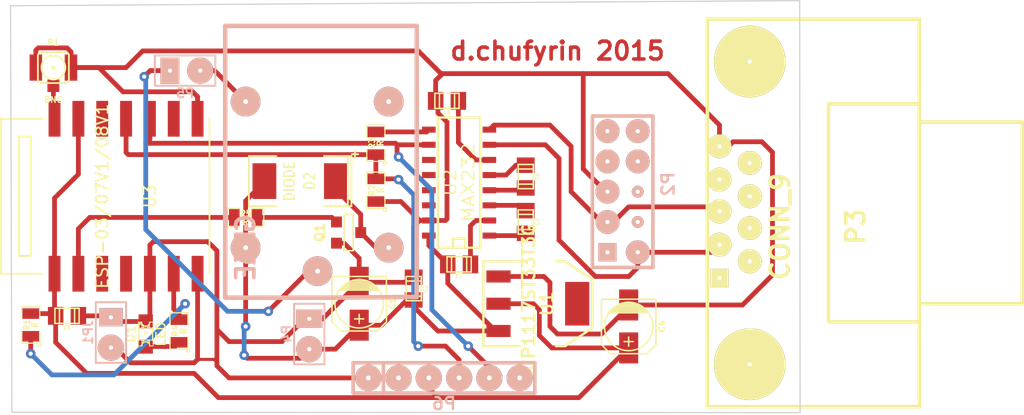
<source format=kicad_pcb>
(kicad_pcb (version 20171130) (host pcbnew "(5.1.12)-1")

  (general
    (thickness 1.6)
    (drawings 5)
    (tracks 230)
    (zones 0)
    (modules 27)
    (nets 23)
  )

  (page A3)
  (layers
    (0 F.Cu signal)
    (31 B.Cu signal)
    (32 B.Adhes user)
    (33 F.Adhes user)
    (34 B.Paste user)
    (35 F.Paste user)
    (36 B.SilkS user)
    (37 F.SilkS user)
    (38 B.Mask user)
    (39 F.Mask user)
    (40 Dwgs.User user)
    (41 Cmts.User user)
    (42 Eco1.User user)
    (43 Eco2.User user)
    (44 Edge.Cuts user)
  )

  (setup
    (last_trace_width 0.254)
    (user_trace_width 0.4)
    (trace_clearance 0.254)
    (zone_clearance 0.508)
    (zone_45_only no)
    (trace_min 0.254)
    (via_size 2.2)
    (via_drill 0.35)
    (via_min_size 0.2)
    (via_min_drill 0.2)
    (user_via 0.8 0.35)
    (uvia_size 2.2)
    (uvia_drill 0.35)
    (uvias_allowed no)
    (uvia_min_size 0.2)
    (uvia_min_drill 0.2)
    (edge_width 0.1)
    (segment_width 0.2)
    (pcb_text_width 0.3)
    (pcb_text_size 1.5 1.5)
    (mod_edge_width 0.15)
    (mod_text_size 1 1)
    (mod_text_width 0.15)
    (pad_size 2.2 2.2)
    (pad_drill 0.4)
    (pad_to_mask_clearance 0)
    (aux_axis_origin 0 0)
    (visible_elements 7FFFFFFF)
    (pcbplotparams
      (layerselection 0x00030_ffffffff)
      (usegerberextensions false)
      (usegerberattributes true)
      (usegerberadvancedattributes true)
      (creategerberjobfile true)
      (excludeedgelayer true)
      (linewidth 0.150000)
      (plotframeref false)
      (viasonmask false)
      (mode 1)
      (useauxorigin false)
      (hpglpennumber 1)
      (hpglpenspeed 20)
      (hpglpendiameter 15.000000)
      (psnegative false)
      (psa4output false)
      (plotreference true)
      (plotvalue true)
      (plotinvisibletext false)
      (padsonsilk false)
      (subtractmaskfromsilk false)
      (outputformat 5)
      (mirror false)
      (drillshape 0)
      (scaleselection 1)
      (outputdirectory ""))
  )

  (net 0 "")
  (net 1 +5V)
  (net 2 GND)
  (net 3 N-000001)
  (net 4 N-0000010)
  (net 5 N-0000012)
  (net 6 N-0000013)
  (net 7 N-0000014)
  (net 8 N-0000015)
  (net 9 N-0000016)
  (net 10 N-0000017)
  (net 11 N-0000018)
  (net 12 N-0000019)
  (net 13 N-000002)
  (net 14 N-0000020)
  (net 15 N-000003)
  (net 16 N-000004)
  (net 17 N-0000045)
  (net 18 N-000005)
  (net 19 N-000006)
  (net 20 N-000007)
  (net 21 N-000008)
  (net 22 N-000009)

  (net_class Default "This is the default net class."
    (clearance 0.254)
    (trace_width 0.254)
    (via_dia 2.2)
    (via_drill 0.35)
    (uvia_dia 2.2)
    (uvia_drill 0.35)
    (add_net +5V)
    (add_net GND)
    (add_net N-000001)
    (add_net N-0000010)
    (add_net N-0000012)
    (add_net N-0000013)
    (add_net N-0000014)
    (add_net N-0000015)
    (add_net N-0000016)
    (add_net N-0000017)
    (add_net N-0000018)
    (add_net N-0000019)
    (add_net N-000002)
    (add_net N-0000020)
    (add_net N-000003)
    (add_net N-000004)
    (add_net N-0000045)
    (add_net N-000005)
    (add_net N-000006)
    (add_net N-000007)
    (add_net N-000008)
    (add_net N-000009)
  )

  (module SOT23EBC (layer F.Cu) (tedit 3F980186) (tstamp 5634A8F4)
    (at 188.595 151.511 90)
    (descr "Module CMS SOT23 Transistore EBC")
    (tags "CMS SOT")
    (path /564397CA)
    (attr smd)
    (fp_text reference Q1 (at 0 -2.413 90) (layer F.SilkS)
      (effects (font (size 0.762 0.762) (thickness 0.2032)))
    )
    (fp_text value NPN (at 0 0 90) (layer F.SilkS) hide
      (effects (font (size 0.762 0.762) (thickness 0.2032)))
    )
    (fp_line (start -1.524 0.381) (end -1.524 -0.381) (layer F.SilkS) (width 0.127))
    (fp_line (start 1.524 0.381) (end -1.524 0.381) (layer F.SilkS) (width 0.127))
    (fp_line (start 1.524 -0.381) (end 1.524 0.381) (layer F.SilkS) (width 0.127))
    (fp_line (start -1.524 -0.381) (end 1.524 -0.381) (layer F.SilkS) (width 0.127))
    (pad 1 smd rect (at -0.889 -1.016 90) (size 0.9144 0.9144) (layers F.Cu F.Paste F.Mask)
      (net 2 GND))
    (pad 2 smd rect (at 0.889 -1.016 90) (size 0.9144 0.9144) (layers F.Cu F.Paste F.Mask)
      (net 9 N-0000016))
    (pad 3 smd rect (at 0 1.016 90) (size 0.9144 0.9144) (layers F.Cu F.Paste F.Mask)
      (net 15 N-000003))
    (model smd/cms_sot23.wrl
      (at (xyz 0 0 0))
      (scale (xyz 0.13 0.15 0.15))
      (rotate (xyz 0 0 0))
    )
  )

  (module SOT223 (layer F.Cu) (tedit 200000) (tstamp 5634A90F)
    (at 204.47 157.48 270)
    (descr "module CMS SOT223 4 pins")
    (tags "CMS SOT")
    (path /5634A086)
    (attr smd)
    (fp_text reference U1 (at 0 -0.762 270) (layer F.SilkS)
      (effects (font (size 1.016 1.016) (thickness 0.2032)))
    )
    (fp_text value NCP1117ST33T3G (at 0 0.762 270) (layer F.SilkS)
      (effects (font (size 1.016 1.016) (thickness 0.2032)))
    )
    (fp_line (start 3.556 -2.286) (end 3.556 -1.524) (layer F.SilkS) (width 0.2032))
    (fp_line (start 2.032 -4.572) (end 3.556 -2.286) (layer F.SilkS) (width 0.2032))
    (fp_line (start -2.032 -4.572) (end 2.032 -4.572) (layer F.SilkS) (width 0.2032))
    (fp_line (start -3.556 -2.286) (end -2.032 -4.572) (layer F.SilkS) (width 0.2032))
    (fp_line (start -3.556 -1.524) (end -3.556 -2.286) (layer F.SilkS) (width 0.2032))
    (fp_line (start 3.556 4.572) (end 3.556 1.524) (layer F.SilkS) (width 0.2032))
    (fp_line (start -3.556 4.572) (end 3.556 4.572) (layer F.SilkS) (width 0.2032))
    (fp_line (start -3.556 1.524) (end -3.556 4.572) (layer F.SilkS) (width 0.2032))
    (pad 4 smd rect (at 0 -3.302 270) (size 3.6576 2.032) (layers F.Cu F.Paste F.Mask))
    (pad 2 smd rect (at 0 3.302 270) (size 1.016 2.032) (layers F.Cu F.Paste F.Mask)
      (net 17 N-0000045))
    (pad 3 smd rect (at 2.286 3.302 270) (size 1.016 2.032) (layers F.Cu F.Paste F.Mask)
      (net 1 +5V))
    (pad 1 smd rect (at -2.286 3.302 270) (size 1.016 2.032) (layers F.Cu F.Paste F.Mask)
      (net 2 GND))
    (model smd/SOT223.wrl
      (at (xyz 0 0 0))
      (scale (xyz 0.4 0.4 0.4))
      (rotate (xyz 0 0 0))
    )
  )

  (module SO16E (layer F.Cu) (tedit 4280700D) (tstamp 5634A92A)
    (at 197.866 147.32 90)
    (descr "Module CMS SOJ 16 pins etroit")
    (tags "CMS SOJ")
    (path /5634A095)
    (attr smd)
    (fp_text reference U2 (at 0 -0.762 90) (layer F.SilkS)
      (effects (font (size 1.016 1.143) (thickness 0.127)))
    )
    (fp_text value MAX232 (at 0 0.762 90) (layer F.SilkS)
      (effects (font (size 1.016 1.143) (thickness 0.127)))
    )
    (fp_line (start -4.699 0.508) (end -5.461 0.508) (layer F.SilkS) (width 0.2032))
    (fp_line (start -4.699 -0.508) (end -4.699 0.508) (layer F.SilkS) (width 0.2032))
    (fp_line (start -5.461 -0.508) (end -4.699 -0.508) (layer F.SilkS) (width 0.2032))
    (fp_line (start -5.461 1.778) (end -5.461 -1.778) (layer F.SilkS) (width 0.2032))
    (fp_line (start 5.461 1.778) (end -5.461 1.778) (layer F.SilkS) (width 0.2032))
    (fp_line (start 5.461 -1.778) (end 5.461 1.778) (layer F.SilkS) (width 0.2032))
    (fp_line (start -5.461 -1.778) (end 5.461 -1.778) (layer F.SilkS) (width 0.2032))
    (pad 1 smd rect (at -4.445 2.54 90) (size 0.508 1.143) (layers F.Cu F.Paste F.Mask)
      (net 20 N-000007))
    (pad 2 smd rect (at -3.175 2.54 90) (size 0.508 1.143) (layers F.Cu F.Paste F.Mask)
      (net 16 N-000004))
    (pad 3 smd rect (at -1.905 2.54 90) (size 0.508 1.143) (layers F.Cu F.Paste F.Mask)
      (net 19 N-000006))
    (pad 4 smd rect (at -0.635 2.54 90) (size 0.508 1.143) (layers F.Cu F.Paste F.Mask)
      (net 21 N-000008))
    (pad 5 smd rect (at 0.635 2.54 90) (size 0.508 1.143) (layers F.Cu F.Paste F.Mask)
      (net 22 N-000009))
    (pad 6 smd rect (at 1.905 2.54 90) (size 0.508 1.143) (layers F.Cu F.Paste F.Mask)
      (net 18 N-000005))
    (pad 7 smd rect (at 3.175 2.54 90) (size 0.508 1.143) (layers F.Cu F.Paste F.Mask)
      (net 3 N-000001))
    (pad 8 smd rect (at 4.445 2.54 90) (size 0.508 1.143) (layers F.Cu F.Paste F.Mask)
      (net 13 N-000002))
    (pad 9 smd rect (at 4.445 -2.54 90) (size 0.508 1.143) (layers F.Cu F.Paste F.Mask)
      (net 4 N-0000010))
    (pad 10 smd rect (at 3.175 -2.54 90) (size 0.508 1.143) (layers F.Cu F.Paste F.Mask)
      (net 12 N-0000019))
    (pad 11 smd rect (at 1.905 -2.54 90) (size 0.508 1.143) (layers F.Cu F.Paste F.Mask))
    (pad 12 smd rect (at 0.635 -2.54 90) (size 0.508 1.143) (layers F.Cu F.Paste F.Mask))
    (pad 13 smd rect (at -0.635 -2.54 90) (size 0.508 1.143) (layers F.Cu F.Paste F.Mask))
    (pad 14 smd rect (at -1.905 -2.54 90) (size 0.508 1.143) (layers F.Cu F.Paste F.Mask))
    (pad 15 smd rect (at -3.175 -2.54 90) (size 0.508 1.143) (layers F.Cu F.Paste F.Mask)
      (net 2 GND))
    (pad 16 smd rect (at -4.445 -2.54 90) (size 0.508 1.143) (layers F.Cu F.Paste F.Mask)
      (net 1 +5V))
    (model smd/cms_so16.wrl
      (at (xyz 0 0 0))
      (scale (xyz 0.5 0.3 0.5))
      (rotate (xyz 0 0 0))
    )
  )

  (module SM0805 (layer F.Cu) (tedit 5091495C) (tstamp 5634A944)
    (at 179.959 150.241)
    (path /56439990)
    (attr smd)
    (fp_text reference R5 (at 0 -0.3175) (layer F.SilkS)
      (effects (font (size 0.50038 0.50038) (thickness 0.10922)))
    )
    (fp_text value R (at 0 0.381) (layer F.SilkS)
      (effects (font (size 0.50038 0.50038) (thickness 0.10922)))
    )
    (fp_line (start 1.524 0.762) (end 0.508 0.762) (layer F.SilkS) (width 0.09906))
    (fp_line (start 1.524 -0.762) (end 1.524 0.762) (layer F.SilkS) (width 0.09906))
    (fp_line (start 0.508 -0.762) (end 1.524 -0.762) (layer F.SilkS) (width 0.09906))
    (fp_line (start -1.524 -0.762) (end -0.508 -0.762) (layer F.SilkS) (width 0.09906))
    (fp_line (start -1.524 0.762) (end -1.524 -0.762) (layer F.SilkS) (width 0.09906))
    (fp_line (start -0.508 0.762) (end -1.524 0.762) (layer F.SilkS) (width 0.09906))
    (fp_circle (center -1.651 0.762) (end -1.651 0.635) (layer F.SilkS) (width 0.09906))
    (pad 1 smd rect (at -0.9525 0) (size 0.889 1.397) (layers F.Cu F.Paste F.Mask)
      (net 7 N-0000014))
    (pad 2 smd rect (at 0.9525 0) (size 0.889 1.397) (layers F.Cu F.Paste F.Mask)
      (net 9 N-0000016))
    (model smd/chip_cms.wrl
      (at (xyz 0 0 0))
      (scale (xyz 0.1 0.1 0.1))
      (rotate (xyz 0 0 0))
    )
  )

  (module SM0805 (layer F.Cu) (tedit 5091495C) (tstamp 5634A985)
    (at 190.881 144.018 90)
    (path /5634A1D5)
    (attr smd)
    (fp_text reference R3 (at 0 -0.3175 90) (layer F.SilkS)
      (effects (font (size 0.50038 0.50038) (thickness 0.10922)))
    )
    (fp_text value R (at 0 0.381 90) (layer F.SilkS)
      (effects (font (size 0.50038 0.50038) (thickness 0.10922)))
    )
    (fp_line (start 1.524 0.762) (end 0.508 0.762) (layer F.SilkS) (width 0.09906))
    (fp_line (start 1.524 -0.762) (end 1.524 0.762) (layer F.SilkS) (width 0.09906))
    (fp_line (start 0.508 -0.762) (end 1.524 -0.762) (layer F.SilkS) (width 0.09906))
    (fp_line (start -1.524 -0.762) (end -0.508 -0.762) (layer F.SilkS) (width 0.09906))
    (fp_line (start -1.524 0.762) (end -1.524 -0.762) (layer F.SilkS) (width 0.09906))
    (fp_line (start -0.508 0.762) (end -1.524 0.762) (layer F.SilkS) (width 0.09906))
    (fp_circle (center -1.651 0.762) (end -1.651 0.635) (layer F.SilkS) (width 0.09906))
    (pad 1 smd rect (at -0.9525 0 90) (size 0.889 1.397) (layers F.Cu F.Paste F.Mask)
      (net 5 N-0000012))
    (pad 2 smd rect (at 0.9525 0 90) (size 0.889 1.397) (layers F.Cu F.Paste F.Mask)
      (net 4 N-0000010))
    (model smd/chip_cms.wrl
      (at (xyz 0 0 0))
      (scale (xyz 0.1 0.1 0.1))
      (rotate (xyz 0 0 0))
    )
  )

  (module SM0805 (layer F.Cu) (tedit 5091495C) (tstamp 5634A992)
    (at 190.881 147.955 90)
    (path /5634A1CF)
    (attr smd)
    (fp_text reference R2 (at 0 -0.3175 90) (layer F.SilkS)
      (effects (font (size 0.50038 0.50038) (thickness 0.10922)))
    )
    (fp_text value R (at 0 0.381 90) (layer F.SilkS)
      (effects (font (size 0.50038 0.50038) (thickness 0.10922)))
    )
    (fp_line (start 1.524 0.762) (end 0.508 0.762) (layer F.SilkS) (width 0.09906))
    (fp_line (start 1.524 -0.762) (end 1.524 0.762) (layer F.SilkS) (width 0.09906))
    (fp_line (start 0.508 -0.762) (end 1.524 -0.762) (layer F.SilkS) (width 0.09906))
    (fp_line (start -1.524 -0.762) (end -0.508 -0.762) (layer F.SilkS) (width 0.09906))
    (fp_line (start -1.524 0.762) (end -1.524 -0.762) (layer F.SilkS) (width 0.09906))
    (fp_line (start -0.508 0.762) (end -1.524 0.762) (layer F.SilkS) (width 0.09906))
    (fp_circle (center -1.651 0.762) (end -1.651 0.635) (layer F.SilkS) (width 0.09906))
    (pad 1 smd rect (at -0.9525 0 90) (size 0.889 1.397) (layers F.Cu F.Paste F.Mask)
      (net 2 GND))
    (pad 2 smd rect (at 0.9525 0 90) (size 0.889 1.397) (layers F.Cu F.Paste F.Mask)
      (net 5 N-0000012))
    (model smd/chip_cms.wrl
      (at (xyz 0 0 0))
      (scale (xyz 0.1 0.1 0.1))
      (rotate (xyz 0 0 0))
    )
  )

  (module SM0805 (layer F.Cu) (tedit 5091495C) (tstamp 5634A99F)
    (at 174.371 159.766 90)
    (path /5643A0E8)
    (attr smd)
    (fp_text reference R4 (at 0 -0.3175 90) (layer F.SilkS)
      (effects (font (size 0.50038 0.50038) (thickness 0.10922)))
    )
    (fp_text value R (at 0 0.381 90) (layer F.SilkS)
      (effects (font (size 0.50038 0.50038) (thickness 0.10922)))
    )
    (fp_line (start 1.524 0.762) (end 0.508 0.762) (layer F.SilkS) (width 0.09906))
    (fp_line (start 1.524 -0.762) (end 1.524 0.762) (layer F.SilkS) (width 0.09906))
    (fp_line (start 0.508 -0.762) (end 1.524 -0.762) (layer F.SilkS) (width 0.09906))
    (fp_line (start -1.524 -0.762) (end -0.508 -0.762) (layer F.SilkS) (width 0.09906))
    (fp_line (start -1.524 0.762) (end -1.524 -0.762) (layer F.SilkS) (width 0.09906))
    (fp_line (start -0.508 0.762) (end -1.524 0.762) (layer F.SilkS) (width 0.09906))
    (fp_circle (center -1.651 0.762) (end -1.651 0.635) (layer F.SilkS) (width 0.09906))
    (pad 1 smd rect (at -0.9525 0 90) (size 0.889 1.397) (layers F.Cu F.Paste F.Mask)
      (net 8 N-0000015))
    (pad 2 smd rect (at 0.9525 0 90) (size 0.889 1.397) (layers F.Cu F.Paste F.Mask)
      (net 14 N-0000020))
    (model smd/chip_cms.wrl
      (at (xyz 0 0 0))
      (scale (xyz 0.1 0.1 0.1))
      (rotate (xyz 0 0 0))
    )
  )

  (module SM0805 (layer F.Cu) (tedit 5091495C) (tstamp 5634A9AC)
    (at 161.925 159.258 90)
    (path /56439E7A)
    (attr smd)
    (fp_text reference R1 (at 0 -0.3175 90) (layer F.SilkS)
      (effects (font (size 0.50038 0.50038) (thickness 0.10922)))
    )
    (fp_text value R (at 0 0.381 90) (layer F.SilkS)
      (effects (font (size 0.50038 0.50038) (thickness 0.10922)))
    )
    (fp_line (start 1.524 0.762) (end 0.508 0.762) (layer F.SilkS) (width 0.09906))
    (fp_line (start 1.524 -0.762) (end 1.524 0.762) (layer F.SilkS) (width 0.09906))
    (fp_line (start 0.508 -0.762) (end 1.524 -0.762) (layer F.SilkS) (width 0.09906))
    (fp_line (start -1.524 -0.762) (end -0.508 -0.762) (layer F.SilkS) (width 0.09906))
    (fp_line (start -1.524 0.762) (end -1.524 -0.762) (layer F.SilkS) (width 0.09906))
    (fp_line (start -0.508 0.762) (end -1.524 0.762) (layer F.SilkS) (width 0.09906))
    (fp_circle (center -1.651 0.762) (end -1.651 0.635) (layer F.SilkS) (width 0.09906))
    (pad 1 smd rect (at -0.9525 0 90) (size 0.889 1.397) (layers F.Cu F.Paste F.Mask)
      (net 14 N-0000020))
    (pad 2 smd rect (at 0.9525 0 90) (size 0.889 1.397) (layers F.Cu F.Paste F.Mask)
      (net 17 N-0000045))
    (model smd/chip_cms.wrl
      (at (xyz 0 0 0))
      (scale (xyz 0.1 0.1 0.1))
      (rotate (xyz 0 0 0))
    )
  )

  (module PIN_ARRAY_5x2 (layer B.Cu) (tedit 56365E2C) (tstamp 56364D73)
    (at 211.582 148.082 90)
    (descr "Double rangee de contacts 2 x 5 pins")
    (tags CONN)
    (path /5634A0A4)
    (fp_text reference P2 (at 0.635 3.81 90) (layer B.SilkS)
      (effects (font (size 1.016 1.016) (thickness 0.2032)) (justify mirror))
    )
    (fp_text value CONN_5X2 (at 0 3.81 90) (layer B.SilkS) hide
      (effects (font (size 1.016 1.016) (thickness 0.2032)) (justify mirror))
    )
    (fp_line (start -6.35 -2.54) (end -6.35 2.54) (layer B.SilkS) (width 0.3048))
    (fp_line (start 6.35 -2.54) (end -6.35 -2.54) (layer B.SilkS) (width 0.3048))
    (fp_line (start 6.35 2.54) (end 6.35 -2.54) (layer B.SilkS) (width 0.3048))
    (fp_line (start -6.35 2.54) (end 6.35 2.54) (layer B.SilkS) (width 0.3048))
    (pad 1 thru_hole rect (at -5.08 -1.27 90) (size 1.524 1.524) (drill 0.35) (layers *.Cu *.Mask B.SilkS))
    (pad 2 thru_hole circle (at -5.08 1.27 90) (size 2 2) (drill 0.35) (layers *.Cu *.Mask B.SilkS)
      (net 3 N-000001))
    (pad 3 thru_hole circle (at -2.54 -1.27 90) (size 2 2) (drill 0.35) (layers *.Cu *.Mask B.SilkS)
      (net 13 N-000002))
    (pad 4 thru_hole circle (at -2.54 1.27 90) (size 1 1) (drill 0.35) (layers *.Cu *.Mask B.SilkS))
    (pad 5 thru_hole circle (at 0 -1.27 90) (size 2 2) (drill 0.35) (layers *.Cu *.Mask B.SilkS)
      (net 2 GND))
    (pad 6 thru_hole circle (at 0 1.27 90) (size 1 1) (drill 0.35) (layers *.Cu *.Mask B.SilkS))
    (pad 7 thru_hole circle (at 2.54 -1.27 90) (size 2 2) (drill 0.35) (layers *.Cu *.Mask B.SilkS))
    (pad 8 thru_hole circle (at 2.54 1.27 90) (size 2 2) (drill 0.35) (layers *.Cu *.Mask B.SilkS))
    (pad 9 thru_hole circle (at 5.08 -1.27 90) (size 2 2) (drill 0.35) (layers *.Cu *.Mask B.SilkS))
    (pad 10 thru_hole circle (at 5.08 1.27 90) (size 2 2) (drill 0.35) (layers *.Cu *.Mask B.SilkS))
    (model pin_array/pins_array_5x2.wrl
      (at (xyz 0 0 0))
      (scale (xyz 1 1 1))
      (rotate (xyz 0 0 0))
    )
  )

  (module PIN_ARRAY_2X1 (layer B.Cu) (tedit 56365D81) (tstamp 5634A9C8)
    (at 174.879 137.922)
    (descr "Connecteurs 2 pins")
    (tags "CONN DEV")
    (path /5643A5C8)
    (fp_text reference P5 (at 0 1.905) (layer B.SilkS)
      (effects (font (size 0.762 0.762) (thickness 0.1524)) (justify mirror))
    )
    (fp_text value CONN_2 (at 0 1.905) (layer B.SilkS) hide
      (effects (font (size 0.762 0.762) (thickness 0.1524)) (justify mirror))
    )
    (fp_line (start 2.54 -1.27) (end -2.54 -1.27) (layer B.SilkS) (width 0.1524))
    (fp_line (start 2.54 1.27) (end 2.54 -1.27) (layer B.SilkS) (width 0.1524))
    (fp_line (start -2.54 1.27) (end 2.54 1.27) (layer B.SilkS) (width 0.1524))
    (fp_line (start -2.54 -1.27) (end -2.54 1.27) (layer B.SilkS) (width 0.1524))
    (pad 1 thru_hole rect (at -1.27 0) (size 1.6 2.2) (drill 0.35) (layers *.Cu *.Mask B.SilkS)
      (net 11 N-0000018))
    (pad 2 thru_hole circle (at 1.27 0) (size 2.2 2.2) (drill 0.35) (layers *.Cu *.Mask B.SilkS)
      (net 10 N-0000017))
    (model pin_array/pins_array_2x1.wrl
      (at (xyz 0 0 0))
      (scale (xyz 1 1 1))
      (rotate (xyz 0 0 0))
    )
  )

  (module PIN_ARRAY_2X1 (layer B.Cu) (tedit 56365D9B) (tstamp 5634A9D2)
    (at 185.293 160.02 270)
    (descr "Connecteurs 2 pins")
    (tags "CONN DEV")
    (path /5634B09E)
    (fp_text reference P4 (at 0 1.905 270) (layer B.SilkS)
      (effects (font (size 0.762 0.762) (thickness 0.1524)) (justify mirror))
    )
    (fp_text value CONN_2 (at 0 1.905 270) (layer B.SilkS) hide
      (effects (font (size 0.762 0.762) (thickness 0.1524)) (justify mirror))
    )
    (fp_line (start 2.54 -1.27) (end -2.54 -1.27) (layer B.SilkS) (width 0.1524))
    (fp_line (start 2.54 1.27) (end 2.54 -1.27) (layer B.SilkS) (width 0.1524))
    (fp_line (start -2.54 1.27) (end 2.54 1.27) (layer B.SilkS) (width 0.1524))
    (fp_line (start -2.54 -1.27) (end -2.54 1.27) (layer B.SilkS) (width 0.1524))
    (pad 1 thru_hole rect (at -1.27 0 270) (size 1.524 2.2) (drill 0.35) (layers *.Cu *.Mask B.SilkS)
      (net 2 GND))
    (pad 2 thru_hole circle (at 1.27 0 270) (size 2.2 2.2) (drill 0.35) (layers *.Cu *.Mask B.SilkS)
      (net 1 +5V))
    (model pin_array/pins_array_2x1.wrl
      (at (xyz 0 0 0))
      (scale (xyz 1 1 1))
      (rotate (xyz 0 0 0))
    )
  )

  (module PIN_ARRAY_2X1 (layer B.Cu) (tedit 56365FB5) (tstamp 5634A9DC)
    (at 168.656 159.893 270)
    (descr "Connecteurs 2 pins")
    (tags "CONN DEV")
    (path /5634AD3A)
    (fp_text reference JP1 (at 0 1.905 270) (layer B.SilkS)
      (effects (font (size 0.762 0.762) (thickness 0.1524)) (justify mirror))
    )
    (fp_text value JUMPER (at 0 1.905 270) (layer B.SilkS) hide
      (effects (font (size 0.762 0.762) (thickness 0.1524)) (justify mirror))
    )
    (fp_line (start 2.54 -1.27) (end -2.54 -1.27) (layer B.SilkS) (width 0.1524))
    (fp_line (start 2.54 1.27) (end 2.54 -1.27) (layer B.SilkS) (width 0.1524))
    (fp_line (start -2.54 1.27) (end 2.54 1.27) (layer B.SilkS) (width 0.1524))
    (fp_line (start -2.54 -1.27) (end -2.54 1.27) (layer B.SilkS) (width 0.1524))
    (pad 1 thru_hole rect (at -1.27 0 270) (size 1.524 2) (drill 0.35) (layers *.Cu *.Mask B.SilkS)
      (net 2 GND))
    (pad 2 thru_hole circle (at 1.27 0 270) (size 2.2 2.2) (drill 0.35) (layers *.Cu *.Mask B.SilkS)
      (net 2 GND))
    (model pin_array/pins_array_2x1.wrl
      (at (xyz 0 0 0))
      (scale (xyz 1 1 1))
      (rotate (xyz 0 0 0))
    )
  )

  (module LED-0805 (layer F.Cu) (tedit 49DC4C0B) (tstamp 5634AA52)
    (at 171.577 160.02 90)
    (descr "LED 0805 smd package")
    (tags "LED 0805 SMD")
    (path /56439E0A)
    (attr smd)
    (fp_text reference D1 (at 0 -1.27 90) (layer F.SilkS)
      (effects (font (size 0.762 0.762) (thickness 0.127)))
    )
    (fp_text value LED (at 0 1.27 90) (layer F.SilkS)
      (effects (font (size 0.762 0.762) (thickness 0.127)))
    )
    (fp_circle (center 0.84836 -0.44958) (end 0.89916 -0.50038) (layer F.SilkS) (width 0.0508))
    (fp_line (start -0.49784 -0.57404) (end 0.92456 -0.57404) (layer F.SilkS) (width 0.1016))
    (fp_line (start 0.52324 0.57404) (end -0.52324 0.57404) (layer F.SilkS) (width 0.1016))
    (fp_line (start 0.92456 -0.62484) (end 0.99822 -0.62484) (layer F.SilkS) (width 0.06604))
    (fp_line (start 0.99822 -0.62484) (end 0.99822 -0.39878) (layer F.SilkS) (width 0.06604))
    (fp_line (start 0.92456 -0.39878) (end 0.99822 -0.39878) (layer F.SilkS) (width 0.06604))
    (fp_line (start 0.92456 -0.62484) (end 0.92456 -0.39878) (layer F.SilkS) (width 0.06604))
    (fp_line (start 0.49784 -0.59944) (end 0.79756 -0.59944) (layer F.SilkS) (width 0.06604))
    (fp_line (start 0.79756 -0.59944) (end 0.79756 -0.29972) (layer F.SilkS) (width 0.06604))
    (fp_line (start 0.49784 -0.29972) (end 0.79756 -0.29972) (layer F.SilkS) (width 0.06604))
    (fp_line (start 0.49784 -0.59944) (end 0.49784 -0.29972) (layer F.SilkS) (width 0.06604))
    (fp_line (start 0 -0.09906) (end 0.19812 -0.09906) (layer F.SilkS) (width 0.06604))
    (fp_line (start 0.19812 -0.09906) (end 0.19812 0.09906) (layer F.SilkS) (width 0.06604))
    (fp_line (start 0 0.09906) (end 0.19812 0.09906) (layer F.SilkS) (width 0.06604))
    (fp_line (start 0 -0.09906) (end 0 0.09906) (layer F.SilkS) (width 0.06604))
    (fp_line (start -0.6731 -0.19812) (end -0.49784 -0.19812) (layer F.SilkS) (width 0.06604))
    (fp_line (start -0.49784 -0.19812) (end -0.49784 0.19812) (layer F.SilkS) (width 0.06604))
    (fp_line (start -0.6731 0.19812) (end -0.49784 0.19812) (layer F.SilkS) (width 0.06604))
    (fp_line (start -0.6731 -0.19812) (end -0.6731 0.19812) (layer F.SilkS) (width 0.06604))
    (fp_line (start -0.7493 -0.32258) (end -0.49784 -0.32258) (layer F.SilkS) (width 0.06604))
    (fp_line (start -0.49784 -0.32258) (end -0.49784 -0.17272) (layer F.SilkS) (width 0.06604))
    (fp_line (start -0.7493 -0.17272) (end -0.49784 -0.17272) (layer F.SilkS) (width 0.06604))
    (fp_line (start -0.7493 -0.32258) (end -0.7493 -0.17272) (layer F.SilkS) (width 0.06604))
    (fp_line (start -0.7493 0.17272) (end -0.49784 0.17272) (layer F.SilkS) (width 0.06604))
    (fp_line (start -0.49784 0.17272) (end -0.49784 0.32258) (layer F.SilkS) (width 0.06604))
    (fp_line (start -0.7493 0.32258) (end -0.49784 0.32258) (layer F.SilkS) (width 0.06604))
    (fp_line (start -0.7493 0.17272) (end -0.7493 0.32258) (layer F.SilkS) (width 0.06604))
    (fp_line (start -0.99822 -0.62484) (end -0.49784 -0.62484) (layer F.SilkS) (width 0.06604))
    (fp_line (start -0.49784 -0.62484) (end -0.49784 -0.29972) (layer F.SilkS) (width 0.06604))
    (fp_line (start -0.99822 -0.29972) (end -0.49784 -0.29972) (layer F.SilkS) (width 0.06604))
    (fp_line (start -0.99822 -0.62484) (end -0.99822 -0.29972) (layer F.SilkS) (width 0.06604))
    (fp_line (start -0.99822 0.29972) (end -0.49784 0.29972) (layer F.SilkS) (width 0.06604))
    (fp_line (start -0.49784 0.29972) (end -0.49784 0.62484) (layer F.SilkS) (width 0.06604))
    (fp_line (start -0.99822 0.62484) (end -0.49784 0.62484) (layer F.SilkS) (width 0.06604))
    (fp_line (start -0.99822 0.29972) (end -0.99822 0.62484) (layer F.SilkS) (width 0.06604))
    (fp_line (start 0.49784 -0.19812) (end 0.6731 -0.19812) (layer F.SilkS) (width 0.06604))
    (fp_line (start 0.6731 -0.19812) (end 0.6731 0.19812) (layer F.SilkS) (width 0.06604))
    (fp_line (start 0.49784 0.19812) (end 0.6731 0.19812) (layer F.SilkS) (width 0.06604))
    (fp_line (start 0.49784 -0.19812) (end 0.49784 0.19812) (layer F.SilkS) (width 0.06604))
    (fp_line (start 0.49784 0.17272) (end 0.7493 0.17272) (layer F.SilkS) (width 0.06604))
    (fp_line (start 0.7493 0.17272) (end 0.7493 0.32258) (layer F.SilkS) (width 0.06604))
    (fp_line (start 0.49784 0.32258) (end 0.7493 0.32258) (layer F.SilkS) (width 0.06604))
    (fp_line (start 0.49784 0.17272) (end 0.49784 0.32258) (layer F.SilkS) (width 0.06604))
    (fp_line (start 0.49784 -0.32258) (end 0.7493 -0.32258) (layer F.SilkS) (width 0.06604))
    (fp_line (start 0.7493 -0.32258) (end 0.7493 -0.17272) (layer F.SilkS) (width 0.06604))
    (fp_line (start 0.49784 -0.17272) (end 0.7493 -0.17272) (layer F.SilkS) (width 0.06604))
    (fp_line (start 0.49784 -0.32258) (end 0.49784 -0.17272) (layer F.SilkS) (width 0.06604))
    (fp_line (start 0.49784 0.29972) (end 0.99822 0.29972) (layer F.SilkS) (width 0.06604))
    (fp_line (start 0.99822 0.29972) (end 0.99822 0.62484) (layer F.SilkS) (width 0.06604))
    (fp_line (start 0.49784 0.62484) (end 0.99822 0.62484) (layer F.SilkS) (width 0.06604))
    (fp_line (start 0.49784 0.29972) (end 0.49784 0.62484) (layer F.SilkS) (width 0.06604))
    (fp_arc (start 0.99822 0) (end 0.99822 0.34798) (angle 180) (layer F.SilkS) (width 0.1016))
    (fp_arc (start -0.99822 0) (end -0.99822 -0.34798) (angle 180) (layer F.SilkS) (width 0.1016))
    (pad 1 smd rect (at -1.04902 0 90) (size 1.19888 1.19888) (layers F.Cu F.Paste F.Mask)
      (net 8 N-0000015))
    (pad 2 smd rect (at 1.04902 0 90) (size 1.19888 1.19888) (layers F.Cu F.Paste F.Mask)
      (net 2 GND))
  )

  (module c_elec_4x5.8 (layer F.Cu) (tedit 49F5A3F0) (tstamp 5634AAA5)
    (at 189.484 157.48 270)
    (descr "SMT capacitor, aluminium electrolytic, 4x5.8")
    (path /5634A995)
    (fp_text reference C1 (at 0 -2.794 270) (layer F.SilkS)
      (effects (font (size 0.50038 0.50038) (thickness 0.11938)))
    )
    (fp_text value CP1 (at 0 2.794 270) (layer F.SilkS) hide
      (effects (font (size 0.50038 0.50038) (thickness 0.11938)))
    )
    (fp_line (start -2.286 -2.286) (end -2.286 2.286) (layer F.SilkS) (width 0.127))
    (fp_circle (center 0 0) (end -2.032 0) (layer F.SilkS) (width 0.127))
    (fp_line (start -1.143 -1.651) (end -1.143 1.651) (layer F.SilkS) (width 0.127))
    (fp_line (start -1.27 -1.524) (end -1.27 1.524) (layer F.SilkS) (width 0.127))
    (fp_line (start -1.397 1.397) (end -1.397 -1.397) (layer F.SilkS) (width 0.127))
    (fp_line (start -1.524 -1.27) (end -1.524 1.27) (layer F.SilkS) (width 0.127))
    (fp_line (start -1.651 1.143) (end -1.651 -1.143) (layer F.SilkS) (width 0.127))
    (fp_line (start -1.778 0.889) (end -1.778 -0.889) (layer F.SilkS) (width 0.127))
    (fp_line (start -1.905 -0.635) (end -1.905 0.635) (layer F.SilkS) (width 0.127))
    (fp_line (start -2.032 0.127) (end -2.032 -0.127) (layer F.SilkS) (width 0.127))
    (fp_line (start 1.524 -2.286) (end 2.286 -1.524) (layer F.SilkS) (width 0.127))
    (fp_line (start 1.524 -2.286) (end -2.286 -2.286) (layer F.SilkS) (width 0.127))
    (fp_line (start 1.524 2.286) (end 2.286 1.524) (layer F.SilkS) (width 0.127))
    (fp_line (start 2.286 -1.524) (end 2.286 1.524) (layer F.SilkS) (width 0.127))
    (fp_line (start 1.524 2.286) (end -2.286 2.286) (layer F.SilkS) (width 0.127))
    (fp_line (start 1.27 -0.381) (end 1.27 0.381) (layer F.SilkS) (width 0.127))
    (fp_line (start 1.651 0) (end 0.889 0) (layer F.SilkS) (width 0.127))
    (pad 1 smd rect (at 1.80086 0 270) (size 2.60096 1.6002) (layers F.Cu F.Paste F.Mask)
      (net 1 +5V))
    (pad 2 smd rect (at -1.80086 0 270) (size 2.60096 1.6002) (layers F.Cu F.Paste F.Mask)
      (net 2 GND))
    (model smd/capacitors/c_elec_4x5_8.wrl
      (at (xyz 0 0 0))
      (scale (xyz 1 1 1))
      (rotate (xyz 0 0 0))
    )
  )

  (module c_elec_4x5.7 (layer F.Cu) (tedit 49F5A3B0) (tstamp 5634AABC)
    (at 212.09 159.385 270)
    (descr "SMT capacitor, aluminium electrolytic, 4x5.7")
    (path /5643A78E)
    (fp_text reference C4 (at 0 -2.794 270) (layer F.SilkS)
      (effects (font (size 0.50038 0.50038) (thickness 0.11938)))
    )
    (fp_text value CP1 (at 0 2.794 270) (layer F.SilkS) hide
      (effects (font (size 0.50038 0.50038) (thickness 0.11938)))
    )
    (fp_line (start -2.286 -2.286) (end -2.286 2.286) (layer F.SilkS) (width 0.127))
    (fp_circle (center 0 0) (end -2.032 0) (layer F.SilkS) (width 0.127))
    (fp_line (start -1.143 -1.651) (end -1.143 1.651) (layer F.SilkS) (width 0.127))
    (fp_line (start -1.27 -1.524) (end -1.27 1.524) (layer F.SilkS) (width 0.127))
    (fp_line (start -1.397 1.397) (end -1.397 -1.397) (layer F.SilkS) (width 0.127))
    (fp_line (start -1.524 -1.27) (end -1.524 1.27) (layer F.SilkS) (width 0.127))
    (fp_line (start -1.651 1.143) (end -1.651 -1.143) (layer F.SilkS) (width 0.127))
    (fp_line (start -1.778 0.889) (end -1.778 -0.889) (layer F.SilkS) (width 0.127))
    (fp_line (start -1.905 -0.635) (end -1.905 0.635) (layer F.SilkS) (width 0.127))
    (fp_line (start -2.032 0.127) (end -2.032 -0.127) (layer F.SilkS) (width 0.127))
    (fp_line (start 1.524 -2.286) (end 2.286 -1.524) (layer F.SilkS) (width 0.127))
    (fp_line (start 1.524 -2.286) (end -2.286 -2.286) (layer F.SilkS) (width 0.127))
    (fp_line (start 1.524 2.286) (end 2.286 1.524) (layer F.SilkS) (width 0.127))
    (fp_line (start 2.286 -1.524) (end 2.286 1.524) (layer F.SilkS) (width 0.127))
    (fp_line (start 1.524 2.286) (end -2.286 2.286) (layer F.SilkS) (width 0.127))
    (fp_line (start 1.27 -0.381) (end 1.27 0.381) (layer F.SilkS) (width 0.127))
    (fp_line (start 1.651 0) (end 0.889 0) (layer F.SilkS) (width 0.127))
    (pad 1 smd rect (at 1.80086 0 270) (size 2.60096 1.6002) (layers F.Cu F.Paste F.Mask)
      (net 17 N-0000045))
    (pad 2 smd rect (at -1.80086 0 270) (size 2.60096 1.6002) (layers F.Cu F.Paste F.Mask)
      (net 2 GND))
    (model smd/capacitors/c_elec_4x5_7.wrl
      (at (xyz 0 0 0))
      (scale (xyz 1 1 1))
      (rotate (xyz 0 0 0))
    )
  )

  (module c_0805 (layer F.Cu) (tedit 49047394) (tstamp 5634AAC8)
    (at 196.85 140.462 180)
    (descr "SMT capacitor, 0805")
    (path /5634A7C1)
    (fp_text reference C8 (at 0 -0.9906 180) (layer F.SilkS)
      (effects (font (size 0.29972 0.29972) (thickness 0.06096)))
    )
    (fp_text value C (at 0 0.9906 180) (layer F.SilkS) hide
      (effects (font (size 0.29972 0.29972) (thickness 0.06096)))
    )
    (fp_line (start -1.016 0.635) (end -1.016 -0.635) (layer F.SilkS) (width 0.127))
    (fp_line (start 1.016 0.635) (end -1.016 0.635) (layer F.SilkS) (width 0.127))
    (fp_line (start 1.016 -0.635) (end 1.016 0.635) (layer F.SilkS) (width 0.127))
    (fp_line (start -1.016 -0.635) (end 1.016 -0.635) (layer F.SilkS) (width 0.127))
    (fp_line (start -0.635 -0.635) (end -0.635 0.6096) (layer F.SilkS) (width 0.127))
    (fp_line (start 0.635 -0.635) (end 0.635 0.635) (layer F.SilkS) (width 0.127))
    (pad 1 smd rect (at 0.9525 0 180) (size 1.30048 1.4986) (layers F.Cu F.Paste F.Mask)
      (net 2 GND))
    (pad 2 smd rect (at -0.9525 0 180) (size 1.30048 1.4986) (layers F.Cu F.Paste F.Mask)
      (net 18 N-000005))
    (model smd/capacitors/c_0805.wrl
      (at (xyz 0 0 0))
      (scale (xyz 1 1 1))
      (rotate (xyz 0 0 0))
    )
  )

  (module c_0805 (layer F.Cu) (tedit 49047394) (tstamp 5634AAD4)
    (at 203.454 150.622 270)
    (descr "SMT capacitor, 0805")
    (path /5634A809)
    (fp_text reference C5 (at 0 -0.9906 270) (layer F.SilkS)
      (effects (font (size 0.29972 0.29972) (thickness 0.06096)))
    )
    (fp_text value C (at 0 0.9906 270) (layer F.SilkS) hide
      (effects (font (size 0.29972 0.29972) (thickness 0.06096)))
    )
    (fp_line (start -1.016 0.635) (end -1.016 -0.635) (layer F.SilkS) (width 0.127))
    (fp_line (start 1.016 0.635) (end -1.016 0.635) (layer F.SilkS) (width 0.127))
    (fp_line (start 1.016 -0.635) (end 1.016 0.635) (layer F.SilkS) (width 0.127))
    (fp_line (start -1.016 -0.635) (end 1.016 -0.635) (layer F.SilkS) (width 0.127))
    (fp_line (start -0.635 -0.635) (end -0.635 0.6096) (layer F.SilkS) (width 0.127))
    (fp_line (start 0.635 -0.635) (end 0.635 0.635) (layer F.SilkS) (width 0.127))
    (pad 1 smd rect (at 0.9525 0 270) (size 1.30048 1.4986) (layers F.Cu F.Paste F.Mask)
      (net 20 N-000007))
    (pad 2 smd rect (at -0.9525 0 270) (size 1.30048 1.4986) (layers F.Cu F.Paste F.Mask)
      (net 19 N-000006))
    (model smd/capacitors/c_0805.wrl
      (at (xyz 0 0 0))
      (scale (xyz 1 1 1))
      (rotate (xyz 0 0 0))
    )
  )

  (module c_0805 (layer F.Cu) (tedit 49047394) (tstamp 5634AAE0)
    (at 203.454 146.812 270)
    (descr "SMT capacitor, 0805")
    (path /5634A80F)
    (fp_text reference C6 (at 0 -0.9906 270) (layer F.SilkS)
      (effects (font (size 0.29972 0.29972) (thickness 0.06096)))
    )
    (fp_text value C (at 0 0.9906 270) (layer F.SilkS) hide
      (effects (font (size 0.29972 0.29972) (thickness 0.06096)))
    )
    (fp_line (start -1.016 0.635) (end -1.016 -0.635) (layer F.SilkS) (width 0.127))
    (fp_line (start 1.016 0.635) (end -1.016 0.635) (layer F.SilkS) (width 0.127))
    (fp_line (start 1.016 -0.635) (end 1.016 0.635) (layer F.SilkS) (width 0.127))
    (fp_line (start -1.016 -0.635) (end 1.016 -0.635) (layer F.SilkS) (width 0.127))
    (fp_line (start -0.635 -0.635) (end -0.635 0.6096) (layer F.SilkS) (width 0.127))
    (fp_line (start 0.635 -0.635) (end 0.635 0.635) (layer F.SilkS) (width 0.127))
    (pad 1 smd rect (at 0.9525 0 270) (size 1.30048 1.4986) (layers F.Cu F.Paste F.Mask)
      (net 21 N-000008))
    (pad 2 smd rect (at -0.9525 0 270) (size 1.30048 1.4986) (layers F.Cu F.Paste F.Mask)
      (net 22 N-000009))
    (model smd/capacitors/c_0805.wrl
      (at (xyz 0 0 0))
      (scale (xyz 1 1 1))
      (rotate (xyz 0 0 0))
    )
  )

  (module c_0805 (layer F.Cu) (tedit 49047394) (tstamp 5634AAEC)
    (at 164.973 158.496 180)
    (descr "SMT capacitor, 0805")
    (path /5634A978)
    (fp_text reference C3 (at 0 -0.9906 180) (layer F.SilkS)
      (effects (font (size 0.29972 0.29972) (thickness 0.06096)))
    )
    (fp_text value C (at 0 0.9906 180) (layer F.SilkS) hide
      (effects (font (size 0.29972 0.29972) (thickness 0.06096)))
    )
    (fp_line (start -1.016 0.635) (end -1.016 -0.635) (layer F.SilkS) (width 0.127))
    (fp_line (start 1.016 0.635) (end -1.016 0.635) (layer F.SilkS) (width 0.127))
    (fp_line (start 1.016 -0.635) (end 1.016 0.635) (layer F.SilkS) (width 0.127))
    (fp_line (start -1.016 -0.635) (end 1.016 -0.635) (layer F.SilkS) (width 0.127))
    (fp_line (start -0.635 -0.635) (end -0.635 0.6096) (layer F.SilkS) (width 0.127))
    (fp_line (start 0.635 -0.635) (end 0.635 0.635) (layer F.SilkS) (width 0.127))
    (pad 1 smd rect (at 0.9525 0 180) (size 1.30048 1.4986) (layers F.Cu F.Paste F.Mask)
      (net 17 N-0000045))
    (pad 2 smd rect (at -0.9525 0 180) (size 1.30048 1.4986) (layers F.Cu F.Paste F.Mask)
      (net 2 GND))
    (model smd/capacitors/c_0805.wrl
      (at (xyz 0 0 0))
      (scale (xyz 1 1 1))
      (rotate (xyz 0 0 0))
    )
  )

  (module c_0805 (layer F.Cu) (tedit 49047394) (tstamp 5634AAF8)
    (at 194.056 156.21 270)
    (descr "SMT capacitor, 0805")
    (path /5634A97E)
    (fp_text reference C2 (at 0 -0.9906 270) (layer F.SilkS)
      (effects (font (size 0.29972 0.29972) (thickness 0.06096)))
    )
    (fp_text value C (at 0 0.9906 270) (layer F.SilkS) hide
      (effects (font (size 0.29972 0.29972) (thickness 0.06096)))
    )
    (fp_line (start -1.016 0.635) (end -1.016 -0.635) (layer F.SilkS) (width 0.127))
    (fp_line (start 1.016 0.635) (end -1.016 0.635) (layer F.SilkS) (width 0.127))
    (fp_line (start 1.016 -0.635) (end 1.016 0.635) (layer F.SilkS) (width 0.127))
    (fp_line (start -1.016 -0.635) (end 1.016 -0.635) (layer F.SilkS) (width 0.127))
    (fp_line (start -0.635 -0.635) (end -0.635 0.6096) (layer F.SilkS) (width 0.127))
    (fp_line (start 0.635 -0.635) (end 0.635 0.635) (layer F.SilkS) (width 0.127))
    (pad 1 smd rect (at 0.9525 0 270) (size 1.30048 1.4986) (layers F.Cu F.Paste F.Mask)
      (net 1 +5V))
    (pad 2 smd rect (at -0.9525 0 270) (size 1.30048 1.4986) (layers F.Cu F.Paste F.Mask)
      (net 2 GND))
    (model smd/capacitors/c_0805.wrl
      (at (xyz 0 0 0))
      (scale (xyz 1 1 1))
      (rotate (xyz 0 0 0))
    )
  )

  (module c_0805 (layer F.Cu) (tedit 49047394) (tstamp 5634AB04)
    (at 197.866 154.178 180)
    (descr "SMT capacitor, 0805")
    (path /5634A733)
    (fp_text reference C7 (at 0 -0.9906 180) (layer F.SilkS)
      (effects (font (size 0.29972 0.29972) (thickness 0.06096)))
    )
    (fp_text value C (at 0 0.9906 180) (layer F.SilkS) hide
      (effects (font (size 0.29972 0.29972) (thickness 0.06096)))
    )
    (fp_line (start -1.016 0.635) (end -1.016 -0.635) (layer F.SilkS) (width 0.127))
    (fp_line (start 1.016 0.635) (end -1.016 0.635) (layer F.SilkS) (width 0.127))
    (fp_line (start 1.016 -0.635) (end 1.016 0.635) (layer F.SilkS) (width 0.127))
    (fp_line (start -1.016 -0.635) (end 1.016 -0.635) (layer F.SilkS) (width 0.127))
    (fp_line (start -0.635 -0.635) (end -0.635 0.6096) (layer F.SilkS) (width 0.127))
    (fp_line (start 0.635 -0.635) (end 0.635 0.635) (layer F.SilkS) (width 0.127))
    (pad 1 smd rect (at 0.9525 0 180) (size 1.30048 1.4986) (layers F.Cu F.Paste F.Mask)
      (net 1 +5V))
    (pad 2 smd rect (at -0.9525 0 180) (size 1.30048 1.4986) (layers F.Cu F.Paste F.Mask)
      (net 16 N-000004))
    (model smd/capacitors/c_0805.wrl
      (at (xyz 0 0 0))
      (scale (xyz 1 1 1))
      (rotate (xyz 0 0 0))
    )
  )

  (module DB9MC (layer F.Cu) (tedit 5643A7B7) (tstamp 56364D60)
    (at 220.98 149.733 270)
    (descr "Connecteur DB9 male couche")
    (tags "CONN DB9")
    (path /5634A0B3)
    (fp_text reference P3 (at 1.27 -10.16 270) (layer F.SilkS)
      (effects (font (size 1.524 1.524) (thickness 0.3048)))
    )
    (fp_text value CONN_9 (at 1.27 -3.81 270) (layer F.SilkS)
      (effects (font (size 1.524 1.524) (thickness 0.3048)))
    )
    (fp_line (start 7.747 -24.13) (end 7.747 -15.494) (layer F.SilkS) (width 0.3048))
    (fp_line (start -7.493 -24.13) (end 7.747 -24.13) (layer F.SilkS) (width 0.3048))
    (fp_line (start -7.493 -15.494) (end -7.493 -24.13) (layer F.SilkS) (width 0.3048))
    (fp_line (start 9.271 -7.874) (end 9.271 -15.494) (layer F.SilkS) (width 0.3048))
    (fp_line (start -9.017 -7.874) (end 9.271 -7.874) (layer F.SilkS) (width 0.3048))
    (fp_line (start -9.017 -15.494) (end -9.017 -7.874) (layer F.SilkS) (width 0.3048))
    (fp_line (start -16.129 -15.494) (end -16.129 2.286) (layer F.SilkS) (width 0.3048))
    (fp_line (start 16.383 -15.494) (end -16.129 -15.494) (layer F.SilkS) (width 0.3048))
    (fp_line (start 16.383 2.286) (end 16.383 -15.494) (layer F.SilkS) (width 0.3048))
    (fp_line (start -16.129 2.286) (end 16.383 2.286) (layer F.SilkS) (width 0.3048))
    (pad "" thru_hole circle (at 12.827 -1.27 270) (size 6 6) (drill 0.35) (layers *.Cu *.Mask F.SilkS))
    (pad "" thru_hole circle (at -12.573 -1.27 270) (size 6 6) (drill 0.35) (layers *.Cu *.Mask F.SilkS))
    (pad 1 thru_hole rect (at 5.588 1.27 270) (size 1.524 1.524) (drill 0.35) (layers *.Cu *.Mask F.SilkS))
    (pad 2 thru_hole circle (at 2.794 1.27 270) (size 2 2) (drill 0.35) (layers *.Cu *.Mask F.SilkS)
      (net 3 N-000001))
    (pad 3 thru_hole circle (at 0 1.27 270) (size 2 2) (drill 0.35) (layers *.Cu *.Mask F.SilkS)
      (net 13 N-000002))
    (pad 4 thru_hole circle (at -2.667 1.27 270) (size 2 2) (drill 0.35) (layers *.Cu *.Mask F.SilkS))
    (pad 5 thru_hole circle (at -5.461 1.27 270) (size 2 2) (drill 0.35) (layers *.Cu *.Mask F.SilkS)
      (net 2 GND))
    (pad 9 thru_hole circle (at -4.064 -1.27 270) (size 2 2) (drill 0.35) (layers *.Cu *.Mask F.SilkS))
    (pad 8 thru_hole circle (at -1.27 -1.27 270) (size 2 2) (drill 0.35) (layers *.Cu *.Mask F.SilkS))
    (pad 7 thru_hole circle (at 1.397 -1.27 270) (size 2 2) (drill 0.35) (layers *.Cu *.Mask F.SilkS))
    (pad 6 thru_hole circle (at 4.191 -1.27 270) (size 2 2) (drill 0.35) (layers *.Cu *.Mask F.SilkS))
    (model conn_DBxx/db9_male_pin90deg.wrl
      (at (xyz 0 0 0))
      (scale (xyz 1 1 1))
      (rotate (xyz 0 0 0))
    )
  )

  (module ESP-03 (layer F.Cu) (tedit 55089814) (tstamp 5643A078)
    (at 169.926 148.463 90)
    (path /564396AA)
    (fp_text reference U3 (at 0 2 90) (layer F.SilkS)
      (effects (font (size 1 1) (thickness 0.15)))
    )
    (fp_text value ESP-03/07V1/08V1 (at 0 -2 90) (layer F.SilkS)
      (effects (font (size 1 1) (thickness 0.15)))
    )
    (fp_line (start 6.5 -10.5) (end 6.5 -7) (layer F.SilkS) (width 0.15))
    (fp_line (start -6.5 -10.5) (end 6.5 -10.5) (layer F.SilkS) (width 0.15))
    (fp_line (start -6.5 -7) (end -6.5 -10.5) (layer F.SilkS) (width 0.15))
    (fp_line (start -6.5 7) (end 6.5 7) (layer F.SilkS) (width 0.15))
    (fp_line (start -5 -9) (end -5 -8.5) (layer F.SilkS) (width 0.15))
    (fp_line (start -5 -8) (end -5 -9) (layer F.SilkS) (width 0.15))
    (fp_line (start 5 -8) (end -5 -8) (layer F.SilkS) (width 0.15))
    (fp_line (start 5 -9) (end 5 -8) (layer F.SilkS) (width 0.15))
    (fp_line (start -5 -9) (end 5 -9) (layer F.SilkS) (width 0.15))
    (pad 1 smd rect (at -6.5 -6 90) (size 3 1) (layers F.Cu F.Paste F.Mask)
      (net 17 N-0000045))
    (pad 2 smd rect (at -6.5 -4 90) (size 3 1) (layers F.Cu F.Paste F.Mask)
      (net 7 N-0000014))
    (pad 3 smd rect (at -6.5 -2 90) (size 3 1) (layers F.Cu F.Paste F.Mask))
    (pad 4 smd rect (at -6.5 0 90) (size 3 1) (layers F.Cu F.Paste F.Mask))
    (pad 5 smd rect (at -6.5 2 90) (size 3 1) (layers F.Cu F.Paste F.Mask)
      (net 2 GND))
    (pad 6 smd rect (at -6.5 4 90) (size 3 1) (layers F.Cu F.Paste F.Mask)
      (net 14 N-0000020))
    (pad 7 smd rect (at -6.5 6 90) (size 3 1) (layers F.Cu F.Paste F.Mask)
      (net 2 GND))
    (pad 8 smd rect (at 6.5 6 90) (size 3 1) (layers F.Cu F.Paste F.Mask)
      (net 2 GND))
    (pad 9 smd rect (at 6.5 4 90) (size 3 1) (layers F.Cu F.Paste F.Mask))
    (pad 10 smd rect (at 6.5 2 90) (size 3 1) (layers F.Cu F.Paste F.Mask)
      (net 12 N-0000019))
    (pad 11 smd rect (at 6.5 0 90) (size 3 1) (layers F.Cu F.Paste F.Mask)
      (net 5 N-0000012))
    (pad 12 smd rect (at 6.5 -2 90) (size 3 1) (layers F.Cu F.Paste F.Mask))
    (pad 13 smd rect (at 6.5 -4 90) (size 3 1) (layers F.Cu F.Paste F.Mask)
      (net 17 N-0000045))
    (pad 14 smd rect (at 6.5 -6 90) (size 3 1) (layers F.Cu F.Paste F.Mask)
      (net 6 N-0000013))
  )

  (module SM2512 (layer F.Cu) (tedit 51015917) (tstamp 5634AA17)
    (at 184.531 147.193 180)
    (tags "CMS SM")
    (path /56439890)
    (attr smd)
    (fp_text reference D2 (at -0.8001 0 270) (layer F.SilkS)
      (effects (font (size 0.889 0.762) (thickness 0.127)))
    )
    (fp_text value DIODE (at 0.89916 0 270) (layer F.SilkS)
      (effects (font (size 0.889 0.762) (thickness 0.127)))
    )
    (fp_line (start -4.28244 2.10566) (end -1.99644 2.10566) (layer F.SilkS) (width 0.14986))
    (fp_line (start -1.99898 -2.10566) (end -4.28498 -2.10566) (layer F.SilkS) (width 0.14986))
    (fp_line (start 4.28244 -2.10566) (end 1.99644 -2.10566) (layer F.SilkS) (width 0.14986))
    (fp_line (start 1.99644 2.10566) (end 4.28244 2.10566) (layer F.SilkS) (width 0.14986))
    (fp_line (start 4.30022 -2.10058) (end 4.30022 2.10058) (layer F.SilkS) (width 0.14986))
    (fp_line (start -4.30022 -2.10058) (end -4.30022 2.10058) (layer F.SilkS) (width 0.14986))
    (fp_line (start -3.99956 -2.10058) (end -3.99956 2.10058) (layer F.SilkS) (width 0.14986))
    (fp_text user + (at -4.59994 2.30124 180) (layer F.SilkS)
      (effects (font (size 0.7 0.7) (thickness 0.15)))
    )
    (pad 1 smd rect (at -2.99974 0 180) (size 1.99898 2.99974) (layers F.Cu F.Paste F.Mask)
      (net 15 N-000003))
    (pad 2 smd rect (at 2.99974 0 180) (size 1.99898 2.99974) (layers F.Cu F.Paste F.Mask)
      (net 1 +5V))
    (model smd\chip_smd_pol_wide.wrl
      (at (xyz 0 0 0))
      (scale (xyz 0.35 0.35 0.35))
      (rotate (xyz 0 0 0))
    )
  )

  (module coaxial_u.fl-r-smt-1 (layer F.Cu) (tedit 517FA061) (tstamp 5634AA6F)
    (at 163.83 137.668)
    (descr "Ultra small surface mount coaxial connector, Hirose U.FL-R-SMT-1")
    (path /56439A40)
    (fp_text reference P1 (at 0 -2.1) (layer F.SilkS)
      (effects (font (size 0.5 0.5) (thickness 0.1)))
    )
    (fp_text value BNC (at 0 2.7) (layer F.SilkS)
      (effects (font (size 0.5 0.5) (thickness 0.1)))
    )
    (fp_line (start -1 -1.3) (end 1 -1.3) (layer F.SilkS) (width 0.15))
    (fp_line (start 1.3 -1) (end 1.3 1) (layer F.SilkS) (width 0.15))
    (fp_line (start 1 1.3) (end -1 1.3) (layer F.SilkS) (width 0.15))
    (fp_line (start -1.3 1) (end -1.3 -1) (layer F.SilkS) (width 0.15))
    (fp_circle (center 0 0) (end -1 0) (layer F.SilkS) (width 0.15))
    (fp_circle (center 0 0) (end -0.1 0) (layer F.SilkS) (width 0.15))
    (fp_arc (start -1 1) (end -1 1.3) (angle 90) (layer F.SilkS) (width 0.15))
    (fp_arc (start 1 1) (end 1.3 1) (angle 90) (layer F.SilkS) (width 0.15))
    (fp_arc (start 1 -1) (end 1 -1.3) (angle 90) (layer F.SilkS) (width 0.15))
    (fp_arc (start -1 -1) (end -1.3 -1) (angle 90) (layer F.SilkS) (width 0.15))
    (pad 2 smd rect (at -1.475 0) (size 1.05 2.2) (layers F.Cu F.Paste F.Mask)
      (net 2 GND) (solder_mask_margin 0.07) (solder_paste_margin -0.05))
    (pad 2 smd rect (at 1.475 0) (size 1.05 2.2) (layers F.Cu F.Paste F.Mask)
      (net 2 GND) (solder_mask_margin 0.07) (solder_paste_margin -0.05))
    (pad 1 smd rect (at 0 1.525) (size 1 1.05) (layers F.Cu F.Paste F.Mask)
      (net 6 N-0000013) (solder_mask_margin 0.07) (solder_paste_margin -0.05))
    (model walter/conn_rf/coaxial_u.fl-r-smt-1.wrl
      (at (xyz 0 0 0))
      (scale (xyz 1 1 1))
      (rotate (xyz 0 0 0))
    )
  )

  (module G5LE (layer B.Cu) (tedit 5643A889) (tstamp 5634A951)
    (at 179.959 152.781 90)
    (path /564397B4)
    (fp_text reference R6 (at 0 0 90) (layer B.SilkS)
      (effects (font (size 1.524 1.524) (thickness 0.3048)) (justify mirror))
    )
    (fp_text value G5LE (at 0 0 90) (layer B.SilkS)
      (effects (font (size 1.524 1.524) (thickness 0.3048)) (justify mirror))
    )
    (fp_line (start -4.191 6.731) (end -4.191 6.604) (layer B.SilkS) (width 0.381))
    (fp_line (start -4.1275 14.351) (end -4.191 6.731) (layer B.SilkS) (width 0.381))
    (fp_line (start 18.6055 14.351) (end -4.1275 14.351) (layer B.SilkS) (width 0.381))
    (fp_line (start 18.6055 -1.7145) (end 18.6055 14.351) (layer B.SilkS) (width 0.381))
    (fp_line (start -4.191 -1.7145) (end 18.6055 -1.7145) (layer B.SilkS) (width 0.381))
    (fp_line (start -4.191 7.4295) (end -4.191 -1.7145) (layer B.SilkS) (width 0.381))
    (pad 2 thru_hole circle (at 0 0 90) (size 2.49936 2.49936) (drill 0.4) (layers *.Cu *.Mask B.SilkS)
      (net 1 +5V))
    (pad 4 thru_hole circle (at -1.9685 6.0325 90) (size 2.49936 2.49936) (drill 0.4) (layers *.Cu *.Mask B.SilkS)
      (net 11 N-0000018))
    (pad 1 thru_hole circle (at 0 12.0015 90) (size 2.49936 2.49936) (drill 0.4) (layers *.Cu *.Mask B.SilkS)
      (net 15 N-000003))
    (pad 5 thru_hole circle (at 12.2555 0 90) (size 2.49936 2.49936) (drill 0.4) (layers *.Cu *.Mask B.SilkS)
      (net 10 N-0000017))
    (pad 3 thru_hole circle (at 12.2555 12.0015 90) (size 2.49936 2.49936) (drill 0.4) (layers *.Cu *.Mask B.SilkS))
  )

  (module PIN_ARRAY-6X1 (layer B.Cu) (tedit 56452635) (tstamp 5645256C)
    (at 196.596 163.703)
    (descr "Connecteur 6 pins")
    (tags "CONN DEV")
    (path /5645244A)
    (fp_text reference P6 (at 0 2.159) (layer B.SilkS)
      (effects (font (size 1.016 1.016) (thickness 0.2032)) (justify mirror))
    )
    (fp_text value CONN_6 (at 0 -2.159) (layer B.SilkS) hide
      (effects (font (size 1.016 0.889) (thickness 0.2032)) (justify mirror))
    )
    (fp_line (start -5.08 -1.27) (end -5.08 1.27) (layer B.SilkS) (width 0.3048))
    (fp_line (start 7.62 -1.27) (end -7.62 -1.27) (layer B.SilkS) (width 0.3048))
    (fp_line (start 7.62 1.27) (end 7.62 -1.27) (layer B.SilkS) (width 0.3048))
    (fp_line (start -7.62 1.27) (end 7.62 1.27) (layer B.SilkS) (width 0.3048))
    (fp_line (start -7.62 -1.27) (end -7.62 1.27) (layer B.SilkS) (width 0.3048))
    (pad 1 thru_hole circle (at -6.35 0) (size 2.2 2.2) (drill 0.4) (layers *.Cu *.Mask B.SilkS)
      (net 2 GND))
    (pad 2 thru_hole circle (at -3.81 0) (size 2.2 2.2) (drill 0.4) (layers *.Cu *.Mask B.SilkS))
    (pad 3 thru_hole circle (at -1.27 0) (size 2.2 2.2) (drill 0.4) (layers *.Cu *.Mask B.SilkS)
      (net 17 N-0000045))
    (pad 4 thru_hole circle (at 1.27 0) (size 2.2 2.2) (drill 0.4) (layers *.Cu *.Mask B.SilkS)
      (net 5 N-0000012))
    (pad 5 thru_hole circle (at 3.81 0) (size 2.2 2.2) (drill 0.4) (layers *.Cu *.Mask B.SilkS)
      (net 12 N-0000019))
    (pad 6 thru_hole circle (at 6.35 0) (size 2.2 2.2) (drill 0.4) (layers *.Cu *.Mask B.SilkS))
    (model pin_array/pins_array_6x1.wrl
      (at (xyz 0 0 0))
      (scale (xyz 1 1 1))
      (rotate (xyz 0 0 0))
    )
  )

  (gr_line (start 160.23844 132.48132) (end 226.43592 132.04952) (layer Edge.Cuts) (width 0.1) (tstamp 652DD92D))
  (gr_line (start 160.34512 166.57828) (end 160.23844 132.48132) (layer Edge.Cuts) (width 0.1))
  (gr_line (start 226.47148 166.61384) (end 160.34512 166.57828) (layer Edge.Cuts) (width 0.1))
  (gr_line (start 226.43592 132.04952) (end 226.47148 166.61384) (layer Edge.Cuts) (width 0.1))
  (gr_text "d.chufyrin 2015\n" (at 206.121 136.271) (layer F.Cu)
    (effects (font (size 1.5 1.5) (thickness 0.3)))
  )

  (segment (start 179.959 152.781) (end 179.959 159.385) (width 0.4) (layer F.Cu) (net 1))
  (segment (start 184.531 162.052) (end 185.293 161.29) (width 0.4) (layer F.Cu) (net 1) (tstamp 5643A6D7))
  (segment (start 180.086 162.052) (end 184.531 162.052) (width 0.4) (layer F.Cu) (net 1) (tstamp 5643A6D5))
  (segment (start 179.832 161.798) (end 180.086 162.052) (width 0.4) (layer F.Cu) (net 1) (tstamp 5643A6D4))
  (via (at 179.832 161.798) (size 0.8) (drill 0.35) (layers F.Cu B.Cu) (net 1))
  (segment (start 179.832 159.512) (end 179.832 161.798) (width 0.4) (layer B.Cu) (net 1) (tstamp 5643A6D2))
  (segment (start 179.959 159.385) (end 179.832 159.512) (width 0.4) (layer B.Cu) (net 1) (tstamp 5643A6D1))
  (via (at 179.959 159.385) (size 0.8) (drill 0.35) (layers F.Cu B.Cu) (net 1))
  (segment (start 185.293 161.29) (end 187.47486 161.29) (width 0.4) (layer F.Cu) (net 1))
  (segment (start 187.47486 161.29) (end 189.484 159.28086) (width 0.4) (layer F.Cu) (net 1) (tstamp 5643A59D))
  (segment (start 181.53126 147.193) (end 181.53126 147.27174) (width 0.4) (layer F.Cu) (net 1))
  (segment (start 179.959 148.844) (end 179.959 152.781) (width 0.4) (layer F.Cu) (net 1) (tstamp 5643A508))
  (segment (start 181.53126 147.27174) (end 179.959 148.844) (width 0.4) (layer F.Cu) (net 1) (tstamp 5643A507))
  (segment (start 194.056 157.1625) (end 193.4845 157.1625) (width 0.4) (layer F.Cu) (net 1))
  (segment (start 191.36614 159.28086) (end 189.484 159.28086) (width 0.4) (layer F.Cu) (net 1) (tstamp 5643A4D3))
  (segment (start 193.4845 157.1625) (end 191.36614 159.28086) (width 0.4) (layer F.Cu) (net 1) (tstamp 5643A4D2))
  (segment (start 201.168 159.766) (end 200.914 159.766) (width 0.4) (layer F.Cu) (net 1))
  (segment (start 196.9135 155.7655) (end 196.9135 154.178) (width 0.4) (layer F.Cu) (net 1) (tstamp 56365B85))
  (segment (start 200.914 159.766) (end 196.9135 155.7655) (width 0.4) (layer F.Cu) (net 1) (tstamp 56365B84))
  (segment (start 201.168 159.766) (end 196.088 159.766) (width 0.4) (layer F.Cu) (net 1))
  (segment (start 194.056 157.734) (end 194.056 157.1625) (width 0.4) (layer F.Cu) (net 1) (tstamp 56365AF1))
  (segment (start 196.088 159.766) (end 194.056 157.734) (width 0.4) (layer F.Cu) (net 1) (tstamp 56365AF0))
  (segment (start 195.326 151.765) (end 195.326 152.5905) (width 0.4) (layer F.Cu) (net 1))
  (segment (start 195.326 152.5905) (end 196.9135 154.178) (width 0.4) (layer F.Cu) (net 1) (tstamp 5636527D))
  (segment (start 171.926 152.559) (end 171.926 154.963) (width 0.4) (layer F.Cu) (net 2) (tstamp 5643A5CE))
  (segment (start 177.546 159.639) (end 177.546 153.035) (width 0.4) (layer F.Cu) (net 2) (tstamp 5643A5CA))
  (segment (start 177.546 153.035) (end 176.784 152.273) (width 0.4) (layer F.Cu) (net 2) (tstamp 5643A5CB))
  (segment (start 176.784 152.273) (end 172.212 152.273) (width 0.4) (layer F.Cu) (net 2) (tstamp 5643A5CC))
  (segment (start 172.212 152.273) (end 171.926 152.559) (width 0.4) (layer F.Cu) (net 2) (tstamp 5643A5CD))
  (segment (start 190.246 163.703) (end 178.562 163.703) (width 0.4) (layer F.Cu) (net 2))
  (segment (start 178.562 163.703) (end 177.546 162.687) (width 0.4) (layer F.Cu) (net 2) (tstamp 564525B4))
  (segment (start 196.2785 138.3665) (end 196.4055 138.2395) (width 0.4) (layer F.Cu) (net 2) (tstamp 5643A5F4))
  (segment (start 196.469 138.176) (end 196.2785 138.3665) (width 0.4) (layer F.Cu) (net 2) (tstamp 5643A5F0))
  (segment (start 208.28 138.176) (end 196.469 138.176) (width 0.4) (layer F.Cu) (net 2) (tstamp 5643A607))
  (segment (start 210.312 148.082) (end 210.185 148.082) (width 0.4) (layer F.Cu) (net 2))
  (segment (start 219.71 142.494) (end 215.392 138.176) (width 0.4) (layer F.Cu) (net 2) (tstamp 5643A5EC))
  (segment (start 215.392 138.176) (end 208.28 138.176) (width 0.4) (layer F.Cu) (net 2) (tstamp 5643A5EE))
  (segment (start 219.71 144.272) (end 219.71 142.494) (width 0.4) (layer F.Cu) (net 2))
  (segment (start 210.185 148.082) (end 208.28 146.177) (width 0.4) (layer F.Cu) (net 2) (tstamp 5643A602))
  (segment (start 208.28 146.177) (end 208.28 138.176) (width 0.4) (layer F.Cu) (net 2) (tstamp 5643A603))
  (segment (start 165.305 137.668) (end 169.926 137.668) (width 0.4) (layer F.Cu) (net 2))
  (segment (start 194.437 136.271) (end 196.4055 138.2395) (width 0.4) (layer F.Cu) (net 2) (tstamp 5643A782))
  (segment (start 171.323 136.271) (end 194.437 136.271) (width 0.4) (layer F.Cu) (net 2) (tstamp 5643A781))
  (segment (start 169.926 137.668) (end 171.323 136.271) (width 0.4) (layer F.Cu) (net 2) (tstamp 5643A77F))
  (segment (start 175.926 141.963) (end 175.926 140.112) (width 0.4) (layer F.Cu) (net 2))
  (segment (start 167.64 137.668) (end 165.305 137.668) (width 0.4) (layer F.Cu) (net 2) (tstamp 5643A77B))
  (segment (start 169.672 139.7) (end 167.64 137.668) (width 0.4) (layer F.Cu) (net 2) (tstamp 5643A779))
  (segment (start 175.514 139.7) (end 169.672 139.7) (width 0.4) (layer F.Cu) (net 2) (tstamp 5643A778))
  (segment (start 175.926 140.112) (end 175.514 139.7) (width 0.4) (layer F.Cu) (net 2) (tstamp 5643A777))
  (segment (start 189.484 155.67914) (end 193.63436 155.67914) (width 0.4) (layer F.Cu) (net 2))
  (segment (start 193.63436 155.67914) (end 194.056 155.2575) (width 0.4) (layer F.Cu) (net 2) (tstamp 5643A61D))
  (segment (start 219.71 144.272) (end 220.472 144.272) (width 0.4) (layer F.Cu) (net 2))
  (segment (start 220.472 144.272) (end 220.853 143.891) (width 0.4) (layer F.Cu) (net 2) (tstamp 5643A612))
  (segment (start 220.853 143.891) (end 223.266 143.891) (width 0.4) (layer F.Cu) (net 2) (tstamp 5643A613))
  (segment (start 223.266 143.891) (end 224.155 144.78) (width 0.4) (layer F.Cu) (net 2) (tstamp 5643A614))
  (segment (start 224.155 144.78) (end 224.155 155.067) (width 0.4) (layer F.Cu) (net 2) (tstamp 5643A615))
  (segment (start 224.155 155.067) (end 221.63786 157.58414) (width 0.4) (layer F.Cu) (net 2) (tstamp 5643A616))
  (segment (start 221.63786 157.58414) (end 212.09 157.58414) (width 0.4) (layer F.Cu) (net 2) (tstamp 5643A618))
  (segment (start 195.8975 138.7475) (end 195.8975 140.462) (width 0.4) (layer F.Cu) (net 2) (tstamp 5643A5F1))
  (segment (start 196.4055 138.2395) (end 195.8975 138.7475) (width 0.4) (layer F.Cu) (net 2) (tstamp 5643A786))
  (segment (start 185.293 158.75) (end 184.912 158.75) (width 0.4) (layer F.Cu) (net 2))
  (segment (start 178.562 160.655) (end 177.546 159.639) (width 0.4) (layer F.Cu) (net 2) (tstamp 5643A5C8))
  (segment (start 183.007 160.655) (end 178.562 160.655) (width 0.4) (layer F.Cu) (net 2) (tstamp 5643A5C6))
  (segment (start 184.912 158.75) (end 183.007 160.655) (width 0.4) (layer F.Cu) (net 2) (tstamp 5643A5C5))
  (segment (start 165.305 137.668) (end 165.305 136.349) (width 0.4) (layer F.Cu) (net 2))
  (segment (start 162.355 136.222) (end 162.355 137.668) (width 0.4) (layer F.Cu) (net 2) (tstamp 5643A5A4))
  (segment (start 162.56 136.017) (end 162.355 136.222) (width 0.4) (layer F.Cu) (net 2) (tstamp 5643A5A3))
  (segment (start 164.973 136.017) (end 162.56 136.017) (width 0.4) (layer F.Cu) (net 2) (tstamp 5643A5A2))
  (segment (start 165.305 136.349) (end 164.973 136.017) (width 0.4) (layer F.Cu) (net 2) (tstamp 5643A5A1))
  (segment (start 185.293 158.75) (end 186.41314 158.75) (width 0.4) (layer F.Cu) (net 2))
  (segment (start 186.41314 158.75) (end 189.484 155.67914) (width 0.4) (layer F.Cu) (net 2) (tstamp 5643A59A))
  (segment (start 212.09 157.58414) (end 212.09 157.734) (width 0.4) (layer F.Cu) (net 2))
  (segment (start 212.09 157.734) (end 209.804 160.02) (width 0.4) (layer F.Cu) (net 2) (tstamp 5643A563))
  (segment (start 209.804 160.02) (end 206.121 160.02) (width 0.4) (layer F.Cu) (net 2) (tstamp 5643A564))
  (segment (start 206.121 160.02) (end 205.486 159.385) (width 0.4) (layer F.Cu) (net 2) (tstamp 5643A566))
  (segment (start 205.486 159.385) (end 205.486 155.702) (width 0.4) (layer F.Cu) (net 2) (tstamp 5643A567))
  (segment (start 205.486 155.702) (end 204.978 155.194) (width 0.4) (layer F.Cu) (net 2) (tstamp 5643A568))
  (segment (start 204.978 155.194) (end 201.168 155.194) (width 0.4) (layer F.Cu) (net 2) (tstamp 5643A569))
  (segment (start 190.881 148.9075) (end 192.9765 148.9075) (width 0.4) (layer F.Cu) (net 2))
  (segment (start 192.9765 148.9075) (end 194.564 150.495) (width 0.4) (layer F.Cu) (net 2) (tstamp 5643A4CE))
  (segment (start 195.326 150.495) (end 194.564 150.495) (width 0.4) (layer F.Cu) (net 2))
  (segment (start 194.056 151.003) (end 194.056 155.2575) (width 0.4) (layer F.Cu) (net 2) (tstamp 5643A4CB))
  (segment (start 194.564 150.495) (end 194.056 151.003) (width 0.4) (layer F.Cu) (net 2) (tstamp 5643A4CA))
  (segment (start 165.9255 158.496) (end 168.529 158.496) (width 0.4) (layer F.Cu) (net 2))
  (segment (start 168.529 158.496) (end 168.656 158.623) (width 0.4) (layer F.Cu) (net 2) (tstamp 5643A48D))
  (segment (start 171.577 158.97098) (end 169.00398 158.97098) (width 0.4) (layer F.Cu) (net 2))
  (segment (start 169.00398 158.97098) (end 168.656 158.623) (width 0.4) (layer F.Cu) (net 2) (tstamp 5643A46E))
  (segment (start 171.926 154.963) (end 171.926 158.62198) (width 0.4) (layer F.Cu) (net 2))
  (segment (start 171.926 158.62198) (end 171.577 158.97098) (width 0.4) (layer F.Cu) (net 2) (tstamp 5643A46B))
  (segment (start 187.579 152.4) (end 188.214 152.4) (width 0.4) (layer F.Cu) (net 2))
  (segment (start 189.484 153.67) (end 189.484 155.67914) (width 0.4) (layer F.Cu) (net 2) (tstamp 5643A38E))
  (segment (start 188.214 152.4) (end 189.484 153.67) (width 0.4) (layer F.Cu) (net 2) (tstamp 5643A38D))
  (segment (start 195.326 150.495) (end 196.723 150.495) (width 0.4) (layer F.Cu) (net 2))
  (segment (start 196.723 150.495) (end 196.85 150.368) (width 0.4) (layer F.Cu) (net 2) (tstamp 563651E9))
  (segment (start 196.85 150.368) (end 196.85 142.24) (width 0.4) (layer F.Cu) (net 2) (tstamp 563651EA))
  (segment (start 196.85 142.24) (end 196.088 141.478) (width 0.4) (layer F.Cu) (net 2) (tstamp 563651EB))
  (segment (start 196.088 141.478) (end 196.088 140.6525) (width 0.4) (layer F.Cu) (net 2) (tstamp 563651EC))
  (segment (start 196.088 140.6525) (end 195.8975 140.462) (width 0.4) (layer F.Cu) (net 2) (tstamp 563651ED))
  (segment (start 168.656 161.163) (end 169.037 161.163) (width 0.4) (layer F.Cu) (net 2))
  (segment (start 175.926 162.148) (end 175.926 154.963) (width 0.4) (layer F.Cu) (net 2) (tstamp 5643A47B))
  (segment (start 175.641 162.433) (end 175.926 162.148) (width 0.4) (layer F.Cu) (net 2) (tstamp 5643A47A))
  (segment (start 170.307 162.433) (end 175.641 162.433) (width 0.4) (layer F.Cu) (net 2) (tstamp 5643A479))
  (segment (start 169.037 161.163) (end 170.307 162.433) (width 0.4) (layer F.Cu) (net 2) (tstamp 5643A478))
  (segment (start 177.29148 162.148) (end 177.546 162.40252) (width 0.254) (layer F.Cu) (net 2))
  (segment (start 175.926 162.148) (end 177.29148 162.148) (width 0.254) (layer F.Cu) (net 2))
  (segment (start 177.546 162.40252) (end 177.546 159.639) (width 0.4) (layer F.Cu) (net 2))
  (segment (start 177.546 162.687) (end 177.546 162.40252) (width 0.4) (layer F.Cu) (net 2))
  (segment (start 212.852 153.162) (end 219.075 153.162) (width 0.4) (layer F.Cu) (net 3))
  (segment (start 219.075 153.162) (end 219.71 152.527) (width 0.4) (layer F.Cu) (net 3) (tstamp 5643A60E))
  (segment (start 200.406 144.145) (end 205.105 144.145) (width 0.4) (layer F.Cu) (net 3))
  (segment (start 212.852 154.432) (end 212.852 153.162) (width 0.4) (layer F.Cu) (net 3) (tstamp 56364E3C))
  (segment (start 212.09 155.194) (end 212.852 154.432) (width 0.4) (layer F.Cu) (net 3) (tstamp 56364E3B))
  (segment (start 209.296 155.194) (end 212.09 155.194) (width 0.4) (layer F.Cu) (net 3) (tstamp 56364E39))
  (segment (start 206.248 152.146) (end 209.296 155.194) (width 0.4) (layer F.Cu) (net 3) (tstamp 56364E37))
  (segment (start 206.248 145.288) (end 206.248 152.146) (width 0.4) (layer F.Cu) (net 3) (tstamp 56364E36))
  (segment (start 205.105 144.145) (end 206.248 145.288) (width 0.4) (layer F.Cu) (net 3) (tstamp 56364E35))
  (segment (start 190.881 143.0655) (end 195.1355 143.0655) (width 0.4) (layer F.Cu) (net 4))
  (segment (start 195.1355 143.0655) (end 195.326 142.875) (width 0.4) (layer F.Cu) (net 4) (tstamp 5643A305))
  (segment (start 197.866 163.703) (end 197.866 162.179) (width 0.4) (layer F.Cu) (net 5))
  (segment (start 192.7225 147.0025) (end 190.881 147.0025) (width 0.4) (layer F.Cu) (net 5) (tstamp 564525E5))
  (segment (start 192.786 147.066) (end 192.7225 147.0025) (width 0.4) (layer F.Cu) (net 5) (tstamp 564525E4))
  (via (at 192.786 147.066) (size 0.8) (drill 0.35) (layers F.Cu B.Cu) (net 5))
  (segment (start 194.056 148.336) (end 192.786 147.066) (width 0.4) (layer B.Cu) (net 5) (tstamp 564525E2))
  (segment (start 194.056 160.655) (end 194.056 148.336) (width 0.4) (layer B.Cu) (net 5) (tstamp 564525D9))
  (segment (start 194.437 161.036) (end 194.056 160.655) (width 0.4) (layer B.Cu) (net 5) (tstamp 564525D8))
  (via (at 194.437 161.036) (size 0.8) (drill 0.35) (layers F.Cu B.Cu) (net 5))
  (segment (start 196.723 161.036) (end 194.437 161.036) (width 0.4) (layer F.Cu) (net 5) (tstamp 564525D3))
  (segment (start 197.866 162.179) (end 196.723 161.036) (width 0.4) (layer F.Cu) (net 5) (tstamp 564525CE))
  (segment (start 190.881 144.9705) (end 190.881 147.0025) (width 0.4) (layer F.Cu) (net 5))
  (segment (start 190.881 144.9705) (end 170.1165 144.9705) (width 0.4) (layer F.Cu) (net 5))
  (segment (start 169.926 144.78) (end 169.926 141.963) (width 0.4) (layer F.Cu) (net 5) (tstamp 5643A309))
  (segment (start 170.1165 144.9705) (end 169.926 144.78) (width 0.4) (layer F.Cu) (net 5) (tstamp 5643A308))
  (segment (start 163.83 139.193) (end 163.83 141.867) (width 0.4) (layer F.Cu) (net 6))
  (segment (start 163.83 141.867) (end 163.926 141.963) (width 0.4) (layer F.Cu) (net 6) (tstamp 5643A523))
  (segment (start 179.0065 150.241) (end 166.878 150.241) (width 0.4) (layer F.Cu) (net 7))
  (segment (start 165.926 151.193) (end 165.926 154.963) (width 0.4) (layer F.Cu) (net 7) (tstamp 5643A520))
  (segment (start 166.878 150.241) (end 165.926 151.193) (width 0.4) (layer F.Cu) (net 7) (tstamp 5643A51F))
  (segment (start 171.577 161.06902) (end 174.02048 161.06902) (width 0.4) (layer F.Cu) (net 8))
  (segment (start 174.02048 161.06902) (end 174.371 160.7185) (width 0.4) (layer F.Cu) (net 8) (tstamp 5643A471))
  (segment (start 180.9115 150.241) (end 187.198 150.241) (width 0.4) (layer F.Cu) (net 9))
  (segment (start 187.198 150.241) (end 187.579 150.622) (width 0.4) (layer F.Cu) (net 9) (tstamp 5643A51C))
  (segment (start 176.149 137.922) (end 177.3555 137.922) (width 0.4) (layer F.Cu) (net 10))
  (segment (start 177.3555 137.922) (end 179.959 140.5255) (width 0.4) (layer F.Cu) (net 10) (tstamp 5643A7A2))
  (segment (start 173.609 137.922) (end 171.958 137.922) (width 0.4) (layer F.Cu) (net 11))
  (segment (start 185.2295 154.7495) (end 185.9915 154.7495) (width 0.4) (layer F.Cu) (net 11) (tstamp 5643A79F))
  (segment (start 181.864 158.115) (end 185.2295 154.7495) (width 0.4) (layer F.Cu) (net 11) (tstamp 5643A79E))
  (via (at 181.864 158.115) (size 0.8) (drill 0.35) (layers F.Cu B.Cu) (net 11))
  (segment (start 178.435 158.115) (end 181.864 158.115) (width 0.4) (layer B.Cu) (net 11) (tstamp 5643A79B))
  (segment (start 171.577 151.257) (end 178.435 158.115) (width 0.4) (layer B.Cu) (net 11) (tstamp 5643A797))
  (segment (start 171.577 138.557) (end 171.577 151.257) (width 0.4) (layer B.Cu) (net 11) (tstamp 5643A78B))
  (segment (start 171.45 138.43) (end 171.577 138.557) (width 0.4) (layer B.Cu) (net 11) (tstamp 5643A78A))
  (via (at 171.45 138.43) (size 0.8) (drill 0.35) (layers F.Cu B.Cu) (net 11))
  (segment (start 171.958 137.922) (end 171.45 138.43) (width 0.4) (layer F.Cu) (net 11) (tstamp 5643A788))
  (segment (start 200.406 163.703) (end 200.406 162.814) (width 0.4) (layer F.Cu) (net 12))
  (segment (start 192.659 145.034) (end 192.659 144.145) (width 0.4) (layer F.Cu) (net 12) (tstamp 564525F3))
  (segment (start 192.786 145.161) (end 192.659 145.034) (width 0.4) (layer F.Cu) (net 12) (tstamp 564525F2))
  (via (at 192.786 145.161) (size 0.8) (drill 0.35) (layers F.Cu B.Cu) (net 12))
  (segment (start 195.58 147.955) (end 192.786 145.161) (width 0.4) (layer B.Cu) (net 12) (tstamp 564525EF))
  (segment (start 195.58 157.988) (end 195.58 147.955) (width 0.4) (layer B.Cu) (net 12) (tstamp 564525EB))
  (segment (start 198.628 161.036) (end 195.58 157.988) (width 0.4) (layer B.Cu) (net 12) (tstamp 564525EA))
  (via (at 198.628 161.036) (size 0.8) (drill 0.35) (layers F.Cu B.Cu) (net 12))
  (segment (start 200.406 162.814) (end 198.628 161.036) (width 0.4) (layer F.Cu) (net 12) (tstamp 564525E8))
  (segment (start 195.326 144.145) (end 192.659 144.145) (width 0.4) (layer F.Cu) (net 12))
  (segment (start 171.926 143.669) (end 171.926 141.963) (width 0.4) (layer F.Cu) (net 12) (tstamp 5643A302))
  (segment (start 171.577 144.018) (end 171.926 143.669) (width 0.4) (layer F.Cu) (net 12) (tstamp 5643A301))
  (segment (start 177.165 144.018) (end 171.577 144.018) (width 0.4) (layer F.Cu) (net 12) (tstamp 5643A300))
  (segment (start 192.532 144.018) (end 177.165 144.018) (width 0.4) (layer F.Cu) (net 12) (tstamp 5643A2FF))
  (segment (start 192.659 144.145) (end 192.532 144.018) (width 0.4) (layer F.Cu) (net 12) (tstamp 5643A2FE))
  (segment (start 210.312 150.622) (end 210.82 150.622) (width 0.4) (layer F.Cu) (net 13))
  (segment (start 219.329 149.352) (end 219.71 149.733) (width 0.4) (layer F.Cu) (net 13) (tstamp 5643A60B))
  (segment (start 212.09 149.352) (end 219.329 149.352) (width 0.4) (layer F.Cu) (net 13) (tstamp 5643A60A))
  (segment (start 210.82 150.622) (end 212.09 149.352) (width 0.4) (layer F.Cu) (net 13) (tstamp 5643A609))
  (segment (start 210.312 150.622) (end 209.804 150.622) (width 0.4) (layer F.Cu) (net 13))
  (segment (start 200.787 142.494) (end 200.406 142.875) (width 0.4) (layer F.Cu) (net 13) (tstamp 56364E32))
  (segment (start 205.486 142.494) (end 200.787 142.494) (width 0.4) (layer F.Cu) (net 13) (tstamp 56364E30))
  (segment (start 207.264 144.272) (end 205.486 142.494) (width 0.4) (layer F.Cu) (net 13) (tstamp 56364E2F))
  (segment (start 207.264 148.082) (end 207.264 144.272) (width 0.4) (layer F.Cu) (net 13) (tstamp 56364E2D))
  (segment (start 209.804 150.622) (end 207.264 148.082) (width 0.4) (layer F.Cu) (net 13) (tstamp 56364E2C))
  (segment (start 174.371 158.8135) (end 174.371 157.988) (width 0.4) (layer F.Cu) (net 14))
  (segment (start 161.925 161.671) (end 161.925 160.2105) (width 0.4) (layer F.Cu) (net 14) (tstamp 5643A66B))
  (via (at 161.925 161.671) (size 0.8) (drill 0.35) (layers F.Cu B.Cu) (net 14))
  (segment (start 163.703 163.449) (end 161.925 161.671) (width 0.4) (layer B.Cu) (net 14) (tstamp 5643A668))
  (segment (start 168.91 163.449) (end 163.703 163.449) (width 0.4) (layer B.Cu) (net 14) (tstamp 5643A660))
  (segment (start 174.879 157.48) (end 168.91 163.449) (width 0.4) (layer B.Cu) (net 14) (tstamp 5643A65F))
  (via (at 174.879 157.48) (size 0.8) (drill 0.35) (layers F.Cu B.Cu) (net 14))
  (segment (start 174.371 157.988) (end 174.879 157.48) (width 0.4) (layer F.Cu) (net 14) (tstamp 5643A659))
  (segment (start 174.371 158.8135) (end 174.371 158.369) (width 0.4) (layer F.Cu) (net 14))
  (segment (start 173.926 157.924) (end 173.926 154.963) (width 0.4) (layer F.Cu) (net 14) (tstamp 5643A475))
  (segment (start 174.371 158.369) (end 173.926 157.924) (width 0.4) (layer F.Cu) (net 14) (tstamp 5643A474))
  (segment (start 187.53074 147.193) (end 187.53074 147.90674) (width 0.4) (layer F.Cu) (net 15))
  (segment (start 189.611 149.987) (end 189.611 151.511) (width 0.4) (layer F.Cu) (net 15) (tstamp 5643A50C))
  (segment (start 187.53074 147.90674) (end 189.611 149.987) (width 0.4) (layer F.Cu) (net 15) (tstamp 5643A50B))
  (segment (start 191.9605 152.781) (end 190.881 152.781) (width 0.4) (layer F.Cu) (net 15))
  (segment (start 190.881 152.781) (end 189.611 151.511) (width 0.4) (layer F.Cu) (net 15) (tstamp 5643A38A))
  (segment (start 198.8185 154.178) (end 198.8185 150.9395) (width 0.4) (layer F.Cu) (net 16))
  (segment (start 199.263 150.495) (end 200.406 150.495) (width 0.4) (layer F.Cu) (net 16) (tstamp 56365285))
  (segment (start 198.8185 150.9395) (end 199.263 150.495) (width 0.4) (layer F.Cu) (net 16) (tstamp 56365284))
  (segment (start 196.088 165.354) (end 177.673 165.354) (width 0.4) (layer F.Cu) (net 17))
  (segment (start 164.0205 160.7185) (end 164.0205 158.496) (width 0.4) (layer F.Cu) (net 17) (tstamp 5645265A))
  (segment (start 166.624 163.322) (end 164.0205 160.7185) (width 0.4) (layer F.Cu) (net 17) (tstamp 56452658))
  (segment (start 175.641 163.322) (end 166.624 163.322) (width 0.4) (layer F.Cu) (net 17) (tstamp 56452656))
  (segment (start 177.673 165.354) (end 175.641 163.322) (width 0.4) (layer F.Cu) (net 17) (tstamp 56452654))
  (segment (start 195.326 163.703) (end 195.326 164.592) (width 0.4) (layer F.Cu) (net 17))
  (segment (start 207.92186 165.354) (end 212.09 161.18586) (width 0.4) (layer F.Cu) (net 17) (tstamp 56452650))
  (segment (start 196.088 165.354) (end 207.92186 165.354) (width 0.4) (layer F.Cu) (net 17) (tstamp 5645264F))
  (segment (start 195.326 164.592) (end 196.088 165.354) (width 0.4) (layer F.Cu) (net 17) (tstamp 5645264E))
  (segment (start 163.926 154.963) (end 163.926 148.621) (width 0.4) (layer F.Cu) (net 17))
  (segment (start 165.926 146.621) (end 165.926 141.963) (width 0.4) (layer F.Cu) (net 17) (tstamp 5643A674))
  (segment (start 163.926 148.621) (end 165.926 146.621) (width 0.4) (layer F.Cu) (net 17) (tstamp 5643A671))
  (segment (start 161.925 158.3055) (end 163.83 158.3055) (width 0.4) (layer F.Cu) (net 17))
  (segment (start 163.83 158.3055) (end 164.0205 158.496) (width 0.4) (layer F.Cu) (net 17) (tstamp 5643A66E))
  (segment (start 212.09 161.18586) (end 205.63586 161.18586) (width 0.4) (layer F.Cu) (net 17))
  (segment (start 205.63586 161.18586) (end 204.597 160.147) (width 0.4) (layer F.Cu) (net 17) (tstamp 5643A4C2))
  (segment (start 204.597 160.147) (end 204.597 157.988) (width 0.4) (layer F.Cu) (net 17) (tstamp 5643A4C3))
  (segment (start 204.597 157.988) (end 204.089 157.48) (width 0.4) (layer F.Cu) (net 17) (tstamp 5643A4C4))
  (segment (start 204.089 157.48) (end 201.168 157.48) (width 0.4) (layer F.Cu) (net 17) (tstamp 5643A4C5))
  (segment (start 163.926 154.963) (end 163.926 158.4015) (width 0.4) (layer F.Cu) (net 17))
  (segment (start 163.926 158.4015) (end 164.0205 158.496) (width 0.4) (layer F.Cu) (net 17) (tstamp 5643A48A))
  (segment (start 200.406 145.415) (end 199.263 145.415) (width 0.4) (layer F.Cu) (net 18))
  (segment (start 197.8025 143.9545) (end 197.8025 140.462) (width 0.4) (layer F.Cu) (net 18) (tstamp 56364E5B))
  (segment (start 199.263 145.415) (end 197.8025 143.9545) (width 0.4) (layer F.Cu) (net 18) (tstamp 56364E5A))
  (segment (start 200.406 149.225) (end 203.0095 149.225) (width 0.4) (layer F.Cu) (net 19))
  (segment (start 203.0095 149.225) (end 203.454 149.6695) (width 0.4) (layer F.Cu) (net 19) (tstamp 56364E42))
  (segment (start 200.406 151.765) (end 203.2635 151.765) (width 0.4) (layer F.Cu) (net 20))
  (segment (start 203.2635 151.765) (end 203.454 151.5745) (width 0.4) (layer F.Cu) (net 20) (tstamp 56364E3F))
  (segment (start 200.406 147.955) (end 203.2635 147.955) (width 0.4) (layer F.Cu) (net 21))
  (segment (start 203.2635 147.955) (end 203.454 147.7645) (width 0.4) (layer F.Cu) (net 21) (tstamp 56364E45))
  (segment (start 200.406 146.685) (end 201.803 146.685) (width 0.4) (layer F.Cu) (net 22))
  (segment (start 202.6285 145.8595) (end 203.454 145.8595) (width 0.4) (layer F.Cu) (net 22) (tstamp 56364E49))
  (segment (start 201.803 146.685) (end 202.6285 145.8595) (width 0.4) (layer F.Cu) (net 22) (tstamp 56364E48))

)

</source>
